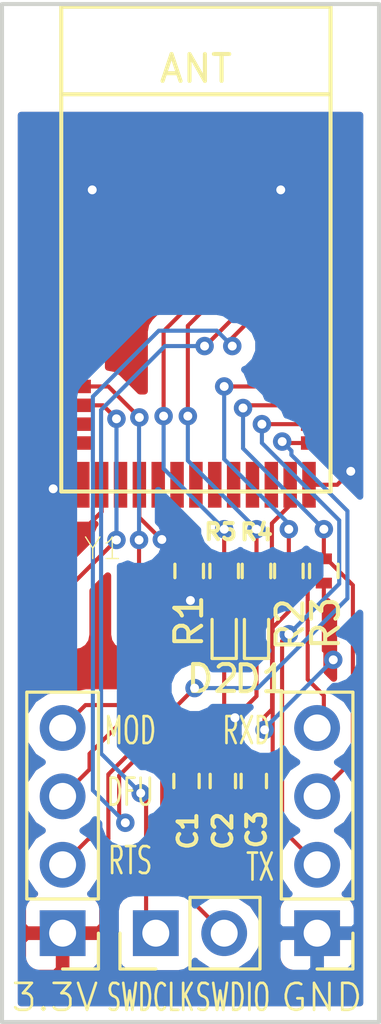
<source format=kicad_pcb>
(kicad_pcb (version 4) (host pcbnew 4.0.7)

  (general
    (links 36)
    (no_connects 0)
    (area 113.274999 82.924999 127.425001 120.875001)
    (thickness 1.6)
    (drawings 17)
    (tracks 219)
    (zones 0)
    (modules 15)
    (nets 39)
  )

  (page A4)
  (layers
    (0 F.Cu signal)
    (31 B.Cu signal)
    (32 B.Adhes user)
    (33 F.Adhes user)
    (34 B.Paste user)
    (35 F.Paste user)
    (36 B.SilkS user)
    (37 F.SilkS user)
    (38 B.Mask user)
    (39 F.Mask user)
    (40 Dwgs.User user)
    (41 Cmts.User user)
    (42 Eco1.User user)
    (43 Eco2.User user)
    (44 Edge.Cuts user)
    (45 Margin user)
    (46 B.CrtYd user)
    (47 F.CrtYd user)
    (48 B.Fab user)
    (49 F.Fab user)
  )

  (setup
    (last_trace_width 0.1524)
    (trace_clearance 0.1524)
    (zone_clearance 0.508)
    (zone_45_only no)
    (trace_min 0.1524)
    (segment_width 0.2)
    (edge_width 0.15)
    (via_size 0.6858)
    (via_drill 0.3302)
    (via_min_size 0.6858)
    (via_min_drill 0.3302)
    (uvia_size 0.6858)
    (uvia_drill 0.3302)
    (uvias_allowed no)
    (uvia_min_size 0.2)
    (uvia_min_drill 0.1)
    (pcb_text_width 0.3)
    (pcb_text_size 1.5 1.5)
    (mod_edge_width 0.15)
    (mod_text_size 1 1)
    (mod_text_width 0.15)
    (pad_size 1.524 1.524)
    (pad_drill 0.762)
    (pad_to_mask_clearance 0.2)
    (aux_axis_origin 0 0)
    (visible_elements 7FFFFF7F)
    (pcbplotparams
      (layerselection 0x00030_80000001)
      (usegerberextensions false)
      (excludeedgelayer true)
      (linewidth 0.100000)
      (plotframeref false)
      (viasonmask false)
      (mode 1)
      (useauxorigin false)
      (hpglpennumber 1)
      (hpglpenspeed 20)
      (hpglpendiameter 15)
      (hpglpenoverlay 2)
      (psnegative false)
      (psa4output false)
      (plotreference true)
      (plotvalue true)
      (plotinvisibletext false)
      (padsonsilk false)
      (subtractmaskfromsilk false)
      (outputformat 1)
      (mirror false)
      (drillshape 1)
      (scaleselection 1)
      (outputdirectory ""))
  )

  (net 0 "")
  (net 1 +3V3)
  (net 2 GND)
  (net 3 "Net-(D1-Pad2)")
  (net 4 "Net-(D2-Pad2)")
  (net 5 /DFU_3V)
  (net 6 /RTS_0)
  (net 7 /RXD_3V)
  (net 8 /CTS_3V)
  (net 9 /TX_0)
  (net 10 /MODE_3V)
  (net 11 /SWDIO/RST)
  (net 12 /SWDCLK)
  (net 13 "Net-(R4-Pad2)")
  (net 14 "Net-(R5-Pad2)")
  (net 15 "Net-(U1-Pad5)")
  (net 16 "Net-(U1-Pad4)")
  (net 17 "Net-(U1-Pad6)")
  (net 18 "Net-(U1-Pad7)")
  (net 19 "Net-(U1-Pad8)")
  (net 20 "Net-(U1-Pad9)")
  (net 21 "Net-(U1-Pad10)")
  (net 22 "Net-(U1-Pad11)")
  (net 23 "Net-(U1-Pad12)")
  (net 24 "Net-(U1-Pad15)")
  (net 25 "Net-(U1-Pad17)")
  (net 26 "Net-(U1-Pad19)")
  (net 27 "Net-(U1-Pad20)")
  (net 28 "Net-(U1-Pad21)")
  (net 29 "Net-(U1-Pad22)")
  (net 30 "Net-(U1-Pad23)")
  (net 31 "Net-(U1-Pad30)")
  (net 32 "Net-(U1-Pad31)")
  (net 33 "Net-(U1-Pad32)")
  (net 34 "Net-(U1-Pad33)")
  (net 35 /FCTRYRST)
  (net 36 "Net-(U1-Pad37)")
  (net 37 "Net-(U1-Pad40)")
  (net 38 "Net-(U1-Pad41)")

  (net_class Default "This is the default net class."
    (clearance 0.1524)
    (trace_width 0.1524)
    (via_dia 0.6858)
    (via_drill 0.3302)
    (uvia_dia 0.6858)
    (uvia_drill 0.3302)
    (add_net +3V3)
    (add_net /CTS_3V)
    (add_net /DFU_3V)
    (add_net /FCTRYRST)
    (add_net /MODE_3V)
    (add_net /RTS_0)
    (add_net /RXD_3V)
    (add_net /SWDCLK)
    (add_net /SWDIO/RST)
    (add_net /TX_0)
    (add_net GND)
    (add_net "Net-(D1-Pad2)")
    (add_net "Net-(D2-Pad2)")
    (add_net "Net-(R4-Pad2)")
    (add_net "Net-(R5-Pad2)")
    (add_net "Net-(U1-Pad10)")
    (add_net "Net-(U1-Pad11)")
    (add_net "Net-(U1-Pad12)")
    (add_net "Net-(U1-Pad15)")
    (add_net "Net-(U1-Pad17)")
    (add_net "Net-(U1-Pad19)")
    (add_net "Net-(U1-Pad20)")
    (add_net "Net-(U1-Pad21)")
    (add_net "Net-(U1-Pad22)")
    (add_net "Net-(U1-Pad23)")
    (add_net "Net-(U1-Pad30)")
    (add_net "Net-(U1-Pad31)")
    (add_net "Net-(U1-Pad32)")
    (add_net "Net-(U1-Pad33)")
    (add_net "Net-(U1-Pad37)")
    (add_net "Net-(U1-Pad4)")
    (add_net "Net-(U1-Pad40)")
    (add_net "Net-(U1-Pad41)")
    (add_net "Net-(U1-Pad5)")
    (add_net "Net-(U1-Pad6)")
    (add_net "Net-(U1-Pad7)")
    (add_net "Net-(U1-Pad8)")
    (add_net "Net-(U1-Pad9)")
  )

  (module lib_fp:NRF51822 (layer F.Cu) (tedit 5A98C411) (tstamp 5A979B26)
    (at 115.55 83.1)
    (path /5A974D63)
    (fp_text reference U1 (at 1.4 19.7) (layer F.SilkS) hide
      (effects (font (size 1 1) (thickness 0.15)))
    )
    (fp_text value NRF51822 (at 7 19.75) (layer F.Fab) hide
      (effects (font (size 1 1) (thickness 0.15)))
    )
    (fp_text user ANT (at 5 2.3) (layer F.SilkS)
      (effects (font (size 1 1) (thickness 0.15)))
    )
    (fp_line (start 0 3.25) (end 10 3.25) (layer F.SilkS) (width 0.15))
    (fp_line (start 0 0) (end 10 0) (layer F.SilkS) (width 0.15))
    (fp_line (start 10 0) (end 10 18) (layer F.SilkS) (width 0.15))
    (fp_line (start 10 18) (end 0 18) (layer F.SilkS) (width 0.15))
    (fp_line (start 0 18) (end 0 0) (layer F.SilkS) (width 0.15))
    (pad 5 smd rect (at 0.25 11.3) (size 1.7 0.5) (layers F.Cu F.Paste F.Mask)
      (net 15 "Net-(U1-Pad5)"))
    (pad 4 smd rect (at 0.25 10.6) (size 1.7 0.5) (layers F.Cu F.Paste F.Mask)
      (net 16 "Net-(U1-Pad4)"))
    (pad 3 smd rect (at 0.25 9.9) (size 1.7 0.5) (layers F.Cu F.Paste F.Mask)
      (net 1 +3V3))
    (pad 2 smd rect (at 0.25 5.7) (size 1.7 0.5) (layers F.Cu F.Paste F.Mask)
      (net 2 GND))
    (pad 1 smd rect (at 0.25 5) (size 1.7 0.5) (layers F.Cu F.Paste F.Mask)
      (net 2 GND))
    (pad 6 smd rect (at 0.25 12) (size 1.7 0.5) (layers F.Cu F.Paste F.Mask)
      (net 17 "Net-(U1-Pad6)"))
    (pad 7 smd rect (at 0.25 12.7) (size 1.7 0.5) (layers F.Cu F.Paste F.Mask)
      (net 18 "Net-(U1-Pad7)"))
    (pad 8 smd rect (at 0.25 13.4) (size 1.7 0.5) (layers F.Cu F.Paste F.Mask)
      (net 19 "Net-(U1-Pad8)"))
    (pad 9 smd rect (at 0.25 14.1) (size 1.7 0.5) (layers F.Cu F.Paste F.Mask)
      (net 20 "Net-(U1-Pad9)"))
    (pad 10 smd rect (at 0.25 14.8) (size 1.7 0.5) (layers F.Cu F.Paste F.Mask)
      (net 21 "Net-(U1-Pad10)"))
    (pad 11 smd rect (at 0.25 15.5) (size 1.7 0.5) (layers F.Cu F.Paste F.Mask)
      (net 22 "Net-(U1-Pad11)"))
    (pad 12 smd rect (at 0.25 16.2) (size 1.7 0.5) (layers F.Cu F.Paste F.Mask)
      (net 23 "Net-(U1-Pad12)"))
    (pad 13 smd rect (at 0.8 17.75) (size 0.5 1.7) (layers F.Cu F.Paste F.Mask)
      (net 2 GND))
    (pad 14 smd rect (at 1.5 17.75) (size 0.5 1.7) (layers F.Cu F.Paste F.Mask)
      (net 1 +3V3))
    (pad 15 smd rect (at 2.2 17.75) (size 0.5 1.7) (layers F.Cu F.Paste F.Mask)
      (net 24 "Net-(U1-Pad15)"))
    (pad 16 smd rect (at 2.9 17.75) (size 0.5 1.7) (layers F.Cu F.Paste F.Mask)
      (net 2 GND))
    (pad 17 smd rect (at 3.6 17.75) (size 0.5 1.7) (layers F.Cu F.Paste F.Mask)
      (net 25 "Net-(U1-Pad17)"))
    (pad 18 smd rect (at 4.3 17.75) (size 0.5 1.7) (layers F.Cu F.Paste F.Mask)
      (net 10 /MODE_3V))
    (pad 19 smd rect (at 5 17.75) (size 0.5 1.7) (layers F.Cu F.Paste F.Mask)
      (net 26 "Net-(U1-Pad19)"))
    (pad 20 smd rect (at 5.7 17.75) (size 0.5 1.7) (layers F.Cu F.Paste F.Mask)
      (net 27 "Net-(U1-Pad20)"))
    (pad 21 smd rect (at 6.4 17.75) (size 0.5 1.7) (layers F.Cu F.Paste F.Mask)
      (net 28 "Net-(U1-Pad21)"))
    (pad 22 smd rect (at 7.1 17.75) (size 0.5 1.7) (layers F.Cu F.Paste F.Mask)
      (net 29 "Net-(U1-Pad22)"))
    (pad 23 smd rect (at 7.8 17.75) (size 0.5 1.7) (layers F.Cu F.Paste F.Mask)
      (net 30 "Net-(U1-Pad23)"))
    (pad 24 smd rect (at 8.5 17.75) (size 0.5 1.7) (layers F.Cu F.Paste F.Mask)
      (net 5 /DFU_3V))
    (pad 25 smd rect (at 9.2 17.75) (size 0.5 1.7) (layers F.Cu F.Paste F.Mask)
      (net 2 GND))
    (pad 26 smd rect (at 9.75 16.2) (size 1.7 0.5) (layers F.Cu F.Paste F.Mask)
      (net 6 /RTS_0))
    (pad 27 smd rect (at 9.75 15.5) (size 1.7 0.5) (layers F.Cu F.Paste F.Mask)
      (net 9 /TX_0))
    (pad 28 smd rect (at 9.75 14.8) (size 1.7 0.5) (layers F.Cu F.Paste F.Mask)
      (net 8 /CTS_3V))
    (pad 29 smd rect (at 9.75 14.1) (size 1.7 0.5) (layers F.Cu F.Paste F.Mask)
      (net 7 /RXD_3V))
    (pad 30 smd rect (at 9.75 13.4) (size 1.7 0.5) (layers F.Cu F.Paste F.Mask)
      (net 31 "Net-(U1-Pad30)"))
    (pad 31 smd rect (at 9.75 12.7) (size 1.7 0.5) (layers F.Cu F.Paste F.Mask)
      (net 32 "Net-(U1-Pad31)"))
    (pad 32 smd rect (at 9.75 12) (size 1.7 0.5) (layers F.Cu F.Paste F.Mask)
      (net 33 "Net-(U1-Pad32)"))
    (pad 33 smd rect (at 9.75 11.3) (size 1.7 0.5) (layers F.Cu F.Paste F.Mask)
      (net 34 "Net-(U1-Pad33)"))
    (pad 34 smd rect (at 9.75 10.6) (size 1.7 0.5) (layers F.Cu F.Paste F.Mask)
      (net 35 /FCTRYRST))
    (pad 35 smd rect (at 9.75 9.9) (size 1.7 0.5) (layers F.Cu F.Paste F.Mask)
      (net 11 /SWDIO/RST))
    (pad 36 smd rect (at 9.75 9.2) (size 1.7 0.5) (layers F.Cu F.Paste F.Mask)
      (net 12 /SWDCLK))
    (pad 37 smd rect (at 9.75 8.5) (size 1.7 0.5) (layers F.Cu F.Paste F.Mask)
      (net 36 "Net-(U1-Pad37)"))
    (pad 38 smd rect (at 9.75 7.8) (size 1.7 0.5) (layers F.Cu F.Paste F.Mask)
      (net 13 "Net-(R4-Pad2)"))
    (pad 39 smd rect (at 9.75 7.1) (size 1.7 0.5) (layers F.Cu F.Paste F.Mask)
      (net 14 "Net-(R5-Pad2)"))
    (pad 40 smd rect (at 9.75 6.4) (size 1.7 0.5) (layers F.Cu F.Paste F.Mask)
      (net 37 "Net-(U1-Pad40)"))
    (pad 41 smd rect (at 9.75 5.7) (size 1.7 0.5) (layers F.Cu F.Paste F.Mask)
      (net 38 "Net-(U1-Pad41)"))
    (pad 42 smd rect (at 9.75 5) (size 1.7 0.5) (layers F.Cu F.Paste F.Mask)
      (net 2 GND))
  )

  (module ECS-.327-12.5-34B-TR:XTAL320X150X90N (layer F.Cu) (tedit 5A98C415) (tstamp 5A97B059)
    (at 117 105.3 180)
    (path /5A9750F3)
    (attr smd)
    (fp_text reference Y1 (at -0.1 2.08 180) (layer F.SilkS)
      (effects (font (size 0.801639 0.801639) (thickness 0.05)))
    )
    (fp_text value "32.768kHz (535-9166-2-ND)" (at 0.440378 1.9937 180) (layer F.SilkS) hide
      (effects (font (size 0.800681 0.800681) (thickness 0.05)))
    )
    (fp_line (start -2.35 -1.4) (end 2.35 -1.4) (layer Dwgs.User) (width 0.05))
    (fp_line (start 2.35 -1.4) (end 2.35 1.4) (layer Dwgs.User) (width 0.05))
    (fp_line (start 2.35 1.4) (end -2.35 1.4) (layer Dwgs.User) (width 0.05))
    (fp_line (start -2.35 1.4) (end -2.35 -1.4) (layer Dwgs.User) (width 0.05))
    (pad 1 smd rect (at -1.5 0 180) (size 1.15 2.25) (layers F.Cu F.Paste F.Mask)
      (net 20 "Net-(U1-Pad9)"))
    (pad 2 smd rect (at 1.5 0 180) (size 1.15 2.25) (layers F.Cu F.Paste F.Mask)
      (net 21 "Net-(U1-Pad10)"))
  )

  (module Capacitors_SMD:C_0402 (layer F.Cu) (tedit 5A98D46C) (tstamp 5A988042)
    (at 120.2 111.85 90)
    (descr "Capacitor SMD 0402, reflow soldering, AVX (see smccp.pdf)")
    (tags "capacitor 0402")
    (path /5A97509D)
    (attr smd)
    (fp_text reference C1 (at -1.85 0.05 90) (layer F.SilkS)
      (effects (font (size 0.7 0.7) (thickness 0.15)))
    )
    (fp_text value 1uF (at 0 1.27 90) (layer F.Fab) hide
      (effects (font (size 1 1) (thickness 0.15)))
    )
    (fp_text user %R (at 0 -1.27 90) (layer F.Fab) hide
      (effects (font (size 1 1) (thickness 0.15)))
    )
    (fp_line (start -0.5 0.25) (end -0.5 -0.25) (layer F.Fab) (width 0.1))
    (fp_line (start 0.5 0.25) (end -0.5 0.25) (layer F.Fab) (width 0.1))
    (fp_line (start 0.5 -0.25) (end 0.5 0.25) (layer F.Fab) (width 0.1))
    (fp_line (start -0.5 -0.25) (end 0.5 -0.25) (layer F.Fab) (width 0.1))
    (fp_line (start 0.25 -0.47) (end -0.25 -0.47) (layer F.SilkS) (width 0.12))
    (fp_line (start -0.25 0.47) (end 0.25 0.47) (layer F.SilkS) (width 0.12))
    (fp_line (start -1 -0.4) (end 1 -0.4) (layer F.CrtYd) (width 0.05))
    (fp_line (start -1 -0.4) (end -1 0.4) (layer F.CrtYd) (width 0.05))
    (fp_line (start 1 0.4) (end 1 -0.4) (layer F.CrtYd) (width 0.05))
    (fp_line (start 1 0.4) (end -1 0.4) (layer F.CrtYd) (width 0.05))
    (pad 1 smd rect (at -0.55 0 90) (size 0.6 0.5) (layers F.Cu F.Paste F.Mask)
      (net 1 +3V3))
    (pad 2 smd rect (at 0.55 0 90) (size 0.6 0.5) (layers F.Cu F.Paste F.Mask)
      (net 2 GND))
    (model Capacitors_SMD.3dshapes/C_0402.wrl
      (at (xyz 0 0 0))
      (scale (xyz 1 1 1))
      (rotate (xyz 0 0 0))
    )
  )

  (module Capacitors_SMD:C_0402 (layer F.Cu) (tedit 5A98D467) (tstamp 5A988047)
    (at 121.55 111.85 90)
    (descr "Capacitor SMD 0402, reflow soldering, AVX (see smccp.pdf)")
    (tags "capacitor 0402")
    (path /5A9752B7)
    (attr smd)
    (fp_text reference C2 (at -1.85 0 90) (layer F.SilkS)
      (effects (font (size 0.7 0.7) (thickness 0.15)))
    )
    (fp_text value 1uF (at 0 1.27 90) (layer F.Fab) hide
      (effects (font (size 1 1) (thickness 0.15)))
    )
    (fp_text user %R (at 0 -1.27 90) (layer F.Fab) hide
      (effects (font (size 1 1) (thickness 0.15)))
    )
    (fp_line (start -0.5 0.25) (end -0.5 -0.25) (layer F.Fab) (width 0.1))
    (fp_line (start 0.5 0.25) (end -0.5 0.25) (layer F.Fab) (width 0.1))
    (fp_line (start 0.5 -0.25) (end 0.5 0.25) (layer F.Fab) (width 0.1))
    (fp_line (start -0.5 -0.25) (end 0.5 -0.25) (layer F.Fab) (width 0.1))
    (fp_line (start 0.25 -0.47) (end -0.25 -0.47) (layer F.SilkS) (width 0.12))
    (fp_line (start -0.25 0.47) (end 0.25 0.47) (layer F.SilkS) (width 0.12))
    (fp_line (start -1 -0.4) (end 1 -0.4) (layer F.CrtYd) (width 0.05))
    (fp_line (start -1 -0.4) (end -1 0.4) (layer F.CrtYd) (width 0.05))
    (fp_line (start 1 0.4) (end 1 -0.4) (layer F.CrtYd) (width 0.05))
    (fp_line (start 1 0.4) (end -1 0.4) (layer F.CrtYd) (width 0.05))
    (pad 1 smd rect (at -0.55 0 90) (size 0.6 0.5) (layers F.Cu F.Paste F.Mask)
      (net 1 +3V3))
    (pad 2 smd rect (at 0.55 0 90) (size 0.6 0.5) (layers F.Cu F.Paste F.Mask)
      (net 2 GND))
    (model Capacitors_SMD.3dshapes/C_0402.wrl
      (at (xyz 0 0 0))
      (scale (xyz 1 1 1))
      (rotate (xyz 0 0 0))
    )
  )

  (module LEDs:LED_0402 (layer F.Cu) (tedit 5A98C4AE) (tstamp 5A98804C)
    (at 122.8 106.35 90)
    (descr "LED 0402 smd package")
    (tags "LED led 0402 SMD smd SMT smt smdled SMDLED smtled SMTLED")
    (path /5A9761F6)
    (attr smd)
    (fp_text reference D1 (at -1.71 0.15 180) (layer F.SilkS)
      (effects (font (size 1 1) (thickness 0.15)))
    )
    (fp_text value RED (at 0 1.4 90) (layer F.Fab) hide
      (effects (font (size 1 1) (thickness 0.15)))
    )
    (fp_line (start -0.95 -0.45) (end -0.95 0.45) (layer F.SilkS) (width 0.12))
    (fp_line (start -0.15 -0.2) (end -0.15 0.2) (layer F.Fab) (width 0.1))
    (fp_line (start -0.15 0) (end 0.15 -0.2) (layer F.Fab) (width 0.1))
    (fp_line (start 0.15 0.2) (end -0.15 0) (layer F.Fab) (width 0.1))
    (fp_line (start 0.15 -0.2) (end 0.15 0.2) (layer F.Fab) (width 0.1))
    (fp_line (start 0.5 0.25) (end -0.5 0.25) (layer F.Fab) (width 0.1))
    (fp_line (start 0.5 -0.25) (end 0.5 0.25) (layer F.Fab) (width 0.1))
    (fp_line (start -0.5 -0.25) (end 0.5 -0.25) (layer F.Fab) (width 0.1))
    (fp_line (start -0.5 0.25) (end -0.5 -0.25) (layer F.Fab) (width 0.1))
    (fp_line (start -0.95 0.45) (end 0.5 0.45) (layer F.SilkS) (width 0.12))
    (fp_line (start -0.95 -0.45) (end 0.5 -0.45) (layer F.SilkS) (width 0.12))
    (fp_line (start 1 -0.5) (end 1 0.5) (layer F.CrtYd) (width 0.05))
    (fp_line (start 1 0.5) (end -1 0.5) (layer F.CrtYd) (width 0.05))
    (fp_line (start -1 0.5) (end -1 -0.5) (layer F.CrtYd) (width 0.05))
    (fp_line (start -1 -0.5) (end 1 -0.5) (layer F.CrtYd) (width 0.05))
    (pad 2 smd rect (at 0.55 0 270) (size 0.6 0.7) (layers F.Cu F.Paste F.Mask)
      (net 3 "Net-(D1-Pad2)"))
    (pad 1 smd rect (at -0.55 0 270) (size 0.6 0.7) (layers F.Cu F.Paste F.Mask)
      (net 2 GND))
    (model ${KISYS3DMOD}/LEDs.3dshapes/LED_0402.wrl
      (at (xyz 0 0 0))
      (scale (xyz 1 1 1))
      (rotate (xyz 0 0 180))
    )
  )

  (module LEDs:LED_0402 (layer F.Cu) (tedit 5A98C4AD) (tstamp 5A988051)
    (at 121.6 106.35 90)
    (descr "LED 0402 smd package")
    (tags "LED led 0402 SMD smd SMT smt smdled SMDLED smtled SMTLED")
    (path /5A976246)
    (attr smd)
    (fp_text reference D2 (at -1.7 -0.42 180) (layer F.SilkS)
      (effects (font (size 1 1) (thickness 0.15)))
    )
    (fp_text value GREEN (at 0 1.4 90) (layer F.Fab) hide
      (effects (font (size 1 1) (thickness 0.15)))
    )
    (fp_line (start -0.95 -0.45) (end -0.95 0.45) (layer F.SilkS) (width 0.12))
    (fp_line (start -0.15 -0.2) (end -0.15 0.2) (layer F.Fab) (width 0.1))
    (fp_line (start -0.15 0) (end 0.15 -0.2) (layer F.Fab) (width 0.1))
    (fp_line (start 0.15 0.2) (end -0.15 0) (layer F.Fab) (width 0.1))
    (fp_line (start 0.15 -0.2) (end 0.15 0.2) (layer F.Fab) (width 0.1))
    (fp_line (start 0.5 0.25) (end -0.5 0.25) (layer F.Fab) (width 0.1))
    (fp_line (start 0.5 -0.25) (end 0.5 0.25) (layer F.Fab) (width 0.1))
    (fp_line (start -0.5 -0.25) (end 0.5 -0.25) (layer F.Fab) (width 0.1))
    (fp_line (start -0.5 0.25) (end -0.5 -0.25) (layer F.Fab) (width 0.1))
    (fp_line (start -0.95 0.45) (end 0.5 0.45) (layer F.SilkS) (width 0.12))
    (fp_line (start -0.95 -0.45) (end 0.5 -0.45) (layer F.SilkS) (width 0.12))
    (fp_line (start 1 -0.5) (end 1 0.5) (layer F.CrtYd) (width 0.05))
    (fp_line (start 1 0.5) (end -1 0.5) (layer F.CrtYd) (width 0.05))
    (fp_line (start -1 0.5) (end -1 -0.5) (layer F.CrtYd) (width 0.05))
    (fp_line (start -1 -0.5) (end 1 -0.5) (layer F.CrtYd) (width 0.05))
    (pad 2 smd rect (at 0.55 0 270) (size 0.6 0.7) (layers F.Cu F.Paste F.Mask)
      (net 4 "Net-(D2-Pad2)"))
    (pad 1 smd rect (at -0.55 0 270) (size 0.6 0.7) (layers F.Cu F.Paste F.Mask)
      (net 2 GND))
    (model ${KISYS3DMOD}/LEDs.3dshapes/LED_0402.wrl
      (at (xyz 0 0 0))
      (scale (xyz 1 1 1))
      (rotate (xyz 0 0 180))
    )
  )

  (module Resistors_SMD:R_0402 (layer F.Cu) (tedit 5A98C4D2) (tstamp 5A988056)
    (at 120.3 104.05 90)
    (descr "Resistor SMD 0402, reflow soldering, Vishay (see dcrcw.pdf)")
    (tags "resistor 0402")
    (path /5A97B0D7)
    (attr smd)
    (fp_text reference R1 (at -1.868 -0.01 270) (layer F.SilkS)
      (effects (font (size 1 1) (thickness 0.15)))
    )
    (fp_text value 2K (at 0 1.45 90) (layer F.Fab) hide
      (effects (font (size 1 1) (thickness 0.15)))
    )
    (fp_text user %R (at 0 -1.35 90) (layer F.Fab)
      (effects (font (size 1 1) (thickness 0.15)))
    )
    (fp_line (start -0.5 0.25) (end -0.5 -0.25) (layer F.Fab) (width 0.1))
    (fp_line (start 0.5 0.25) (end -0.5 0.25) (layer F.Fab) (width 0.1))
    (fp_line (start 0.5 -0.25) (end 0.5 0.25) (layer F.Fab) (width 0.1))
    (fp_line (start -0.5 -0.25) (end 0.5 -0.25) (layer F.Fab) (width 0.1))
    (fp_line (start 0.25 -0.53) (end -0.25 -0.53) (layer F.SilkS) (width 0.12))
    (fp_line (start -0.25 0.53) (end 0.25 0.53) (layer F.SilkS) (width 0.12))
    (fp_line (start -0.8 -0.45) (end 0.8 -0.45) (layer F.CrtYd) (width 0.05))
    (fp_line (start -0.8 -0.45) (end -0.8 0.45) (layer F.CrtYd) (width 0.05))
    (fp_line (start 0.8 0.45) (end 0.8 -0.45) (layer F.CrtYd) (width 0.05))
    (fp_line (start 0.8 0.45) (end -0.8 0.45) (layer F.CrtYd) (width 0.05))
    (pad 1 smd rect (at -0.45 0 90) (size 0.4 0.6) (layers F.Cu F.Paste F.Mask)
      (net 2 GND))
    (pad 2 smd rect (at 0.45 0 90) (size 0.4 0.6) (layers F.Cu F.Paste F.Mask)
      (net 10 /MODE_3V))
    (model ${KISYS3DMOD}/Resistors_SMD.3dshapes/R_0402.wrl
      (at (xyz 0 0 0))
      (scale (xyz 1 1 1))
      (rotate (xyz 0 0 0))
    )
  )

  (module Resistors_SMD:R_0402 (layer F.Cu) (tedit 5A98C4B4) (tstamp 5A98805B)
    (at 124 104.05 90)
    (descr "Resistor SMD 0402, reflow soldering, Vishay (see dcrcw.pdf)")
    (tags "resistor 0402")
    (path /5A979964)
    (attr smd)
    (fp_text reference R2 (at -1.99 0.05 90) (layer F.SilkS)
      (effects (font (size 1 1) (thickness 0.15)))
    )
    (fp_text value 100K (at 0 1.45 90) (layer F.Fab) hide
      (effects (font (size 1 1) (thickness 0.15)))
    )
    (fp_text user %R (at 0 -1.35 90) (layer F.Fab)
      (effects (font (size 1 1) (thickness 0.15)))
    )
    (fp_line (start -0.5 0.25) (end -0.5 -0.25) (layer F.Fab) (width 0.1))
    (fp_line (start 0.5 0.25) (end -0.5 0.25) (layer F.Fab) (width 0.1))
    (fp_line (start 0.5 -0.25) (end 0.5 0.25) (layer F.Fab) (width 0.1))
    (fp_line (start -0.5 -0.25) (end 0.5 -0.25) (layer F.Fab) (width 0.1))
    (fp_line (start 0.25 -0.53) (end -0.25 -0.53) (layer F.SilkS) (width 0.12))
    (fp_line (start -0.25 0.53) (end 0.25 0.53) (layer F.SilkS) (width 0.12))
    (fp_line (start -0.8 -0.45) (end 0.8 -0.45) (layer F.CrtYd) (width 0.05))
    (fp_line (start -0.8 -0.45) (end -0.8 0.45) (layer F.CrtYd) (width 0.05))
    (fp_line (start 0.8 0.45) (end 0.8 -0.45) (layer F.CrtYd) (width 0.05))
    (fp_line (start 0.8 0.45) (end -0.8 0.45) (layer F.CrtYd) (width 0.05))
    (pad 1 smd rect (at -0.45 0 90) (size 0.4 0.6) (layers F.Cu F.Paste F.Mask)
      (net 1 +3V3))
    (pad 2 smd rect (at 0.45 0 90) (size 0.4 0.6) (layers F.Cu F.Paste F.Mask)
      (net 7 /RXD_3V))
    (model ${KISYS3DMOD}/Resistors_SMD.3dshapes/R_0402.wrl
      (at (xyz 0 0 0))
      (scale (xyz 1 1 1))
      (rotate (xyz 0 0 0))
    )
  )

  (module Resistors_SMD:R_0402 (layer F.Cu) (tedit 5A98C4B1) (tstamp 5A988060)
    (at 125.3 104.05 90)
    (descr "Resistor SMD 0402, reflow soldering, Vishay (see dcrcw.pdf)")
    (tags "resistor 0402")
    (path /5A979A21)
    (attr smd)
    (fp_text reference R3 (at -1.94 0.07 90) (layer F.SilkS)
      (effects (font (size 1 1) (thickness 0.15)))
    )
    (fp_text value 100K (at 0 1.45 90) (layer F.Fab) hide
      (effects (font (size 1 1) (thickness 0.15)))
    )
    (fp_text user %R (at 0 -1.35 90) (layer F.Fab)
      (effects (font (size 1 1) (thickness 0.15)))
    )
    (fp_line (start -0.5 0.25) (end -0.5 -0.25) (layer F.Fab) (width 0.1))
    (fp_line (start 0.5 0.25) (end -0.5 0.25) (layer F.Fab) (width 0.1))
    (fp_line (start 0.5 -0.25) (end 0.5 0.25) (layer F.Fab) (width 0.1))
    (fp_line (start -0.5 -0.25) (end 0.5 -0.25) (layer F.Fab) (width 0.1))
    (fp_line (start 0.25 -0.53) (end -0.25 -0.53) (layer F.SilkS) (width 0.12))
    (fp_line (start -0.25 0.53) (end 0.25 0.53) (layer F.SilkS) (width 0.12))
    (fp_line (start -0.8 -0.45) (end 0.8 -0.45) (layer F.CrtYd) (width 0.05))
    (fp_line (start -0.8 -0.45) (end -0.8 0.45) (layer F.CrtYd) (width 0.05))
    (fp_line (start 0.8 0.45) (end 0.8 -0.45) (layer F.CrtYd) (width 0.05))
    (fp_line (start 0.8 0.45) (end -0.8 0.45) (layer F.CrtYd) (width 0.05))
    (pad 1 smd rect (at -0.45 0 90) (size 0.4 0.6) (layers F.Cu F.Paste F.Mask)
      (net 1 +3V3))
    (pad 2 smd rect (at 0.45 0 90) (size 0.4 0.6) (layers F.Cu F.Paste F.Mask)
      (net 8 /CTS_3V))
    (model ${KISYS3DMOD}/Resistors_SMD.3dshapes/R_0402.wrl
      (at (xyz 0 0 0))
      (scale (xyz 1 1 1))
      (rotate (xyz 0 0 0))
    )
  )

  (module Resistors_SMD:R_0402 (layer F.Cu) (tedit 5A98C508) (tstamp 5A988065)
    (at 122.8 104.05 90)
    (descr "Resistor SMD 0402, reflow soldering, Vishay (see dcrcw.pdf)")
    (tags "resistor 0402")
    (path /5A976167)
    (attr smd)
    (fp_text reference R4 (at 1.44 0 180) (layer F.SilkS)
      (effects (font (size 0.6 0.6) (thickness 0.15)))
    )
    (fp_text value 1K (at 0 1.45 90) (layer F.Fab) hide
      (effects (font (size 1 1) (thickness 0.15)))
    )
    (fp_text user %R (at 0 -1.35 90) (layer F.Fab)
      (effects (font (size 1 1) (thickness 0.15)))
    )
    (fp_line (start -0.5 0.25) (end -0.5 -0.25) (layer F.Fab) (width 0.1))
    (fp_line (start 0.5 0.25) (end -0.5 0.25) (layer F.Fab) (width 0.1))
    (fp_line (start 0.5 -0.25) (end 0.5 0.25) (layer F.Fab) (width 0.1))
    (fp_line (start -0.5 -0.25) (end 0.5 -0.25) (layer F.Fab) (width 0.1))
    (fp_line (start 0.25 -0.53) (end -0.25 -0.53) (layer F.SilkS) (width 0.12))
    (fp_line (start -0.25 0.53) (end 0.25 0.53) (layer F.SilkS) (width 0.12))
    (fp_line (start -0.8 -0.45) (end 0.8 -0.45) (layer F.CrtYd) (width 0.05))
    (fp_line (start -0.8 -0.45) (end -0.8 0.45) (layer F.CrtYd) (width 0.05))
    (fp_line (start 0.8 0.45) (end 0.8 -0.45) (layer F.CrtYd) (width 0.05))
    (fp_line (start 0.8 0.45) (end -0.8 0.45) (layer F.CrtYd) (width 0.05))
    (pad 1 smd rect (at -0.45 0 90) (size 0.4 0.6) (layers F.Cu F.Paste F.Mask)
      (net 3 "Net-(D1-Pad2)"))
    (pad 2 smd rect (at 0.45 0 90) (size 0.4 0.6) (layers F.Cu F.Paste F.Mask)
      (net 13 "Net-(R4-Pad2)"))
    (model ${KISYS3DMOD}/Resistors_SMD.3dshapes/R_0402.wrl
      (at (xyz 0 0 0))
      (scale (xyz 1 1 1))
      (rotate (xyz 0 0 0))
    )
  )

  (module Resistors_SMD:R_0402 (layer F.Cu) (tedit 5A98C504) (tstamp 5A98806A)
    (at 121.6 104.05 90)
    (descr "Resistor SMD 0402, reflow soldering, Vishay (see dcrcw.pdf)")
    (tags "resistor 0402")
    (path /5A9760F5)
    (attr smd)
    (fp_text reference R5 (at 1.45 -0.13 180) (layer F.SilkS)
      (effects (font (size 0.6 0.6) (thickness 0.15)))
    )
    (fp_text value 1K (at 0 1.45 90) (layer F.Fab)
      (effects (font (size 1 1) (thickness 0.15)))
    )
    (fp_text user %R (at 0 -1.35 90) (layer F.Fab)
      (effects (font (size 1 1) (thickness 0.15)))
    )
    (fp_line (start -0.5 0.25) (end -0.5 -0.25) (layer F.Fab) (width 0.1))
    (fp_line (start 0.5 0.25) (end -0.5 0.25) (layer F.Fab) (width 0.1))
    (fp_line (start 0.5 -0.25) (end 0.5 0.25) (layer F.Fab) (width 0.1))
    (fp_line (start -0.5 -0.25) (end 0.5 -0.25) (layer F.Fab) (width 0.1))
    (fp_line (start 0.25 -0.53) (end -0.25 -0.53) (layer F.SilkS) (width 0.12))
    (fp_line (start -0.25 0.53) (end 0.25 0.53) (layer F.SilkS) (width 0.12))
    (fp_line (start -0.8 -0.45) (end 0.8 -0.45) (layer F.CrtYd) (width 0.05))
    (fp_line (start -0.8 -0.45) (end -0.8 0.45) (layer F.CrtYd) (width 0.05))
    (fp_line (start 0.8 0.45) (end 0.8 -0.45) (layer F.CrtYd) (width 0.05))
    (fp_line (start 0.8 0.45) (end -0.8 0.45) (layer F.CrtYd) (width 0.05))
    (pad 1 smd rect (at -0.45 0 90) (size 0.4 0.6) (layers F.Cu F.Paste F.Mask)
      (net 4 "Net-(D2-Pad2)"))
    (pad 2 smd rect (at 0.45 0 90) (size 0.4 0.6) (layers F.Cu F.Paste F.Mask)
      (net 14 "Net-(R5-Pad2)"))
    (model ${KISYS3DMOD}/Resistors_SMD.3dshapes/R_0402.wrl
      (at (xyz 0 0 0))
      (scale (xyz 1 1 1))
      (rotate (xyz 0 0 0))
    )
  )

  (module Pin_Headers:Pin_Header_Straight_1x04_Pitch2.54mm (layer F.Cu) (tedit 5A98C421) (tstamp 5A988263)
    (at 125.05 117.5 180)
    (descr "Through hole straight pin header, 1x04, 2.54mm pitch, single row")
    (tags "Through hole pin header THT 1x04 2.54mm single row")
    (path /5A988622)
    (fp_text reference J1 (at 0 -2.33 180) (layer F.SilkS) hide
      (effects (font (size 1 1) (thickness 0.15)))
    )
    (fp_text value Conn_01x04 (at 0 9.95 180) (layer F.Fab) hide
      (effects (font (size 1 1) (thickness 0.15)))
    )
    (fp_line (start -0.635 -1.27) (end 1.27 -1.27) (layer F.Fab) (width 0.1))
    (fp_line (start 1.27 -1.27) (end 1.27 8.89) (layer F.Fab) (width 0.1))
    (fp_line (start 1.27 8.89) (end -1.27 8.89) (layer F.Fab) (width 0.1))
    (fp_line (start -1.27 8.89) (end -1.27 -0.635) (layer F.Fab) (width 0.1))
    (fp_line (start -1.27 -0.635) (end -0.635 -1.27) (layer F.Fab) (width 0.1))
    (fp_line (start -1.33 8.95) (end 1.33 8.95) (layer F.SilkS) (width 0.12))
    (fp_line (start -1.33 1.27) (end -1.33 8.95) (layer F.SilkS) (width 0.12))
    (fp_line (start 1.33 1.27) (end 1.33 8.95) (layer F.SilkS) (width 0.12))
    (fp_line (start -1.33 1.27) (end 1.33 1.27) (layer F.SilkS) (width 0.12))
    (fp_line (start -1.33 0) (end -1.33 -1.33) (layer F.SilkS) (width 0.12))
    (fp_line (start -1.33 -1.33) (end 0 -1.33) (layer F.SilkS) (width 0.12))
    (fp_line (start -1.8 -1.8) (end -1.8 9.4) (layer F.CrtYd) (width 0.05))
    (fp_line (start -1.8 9.4) (end 1.8 9.4) (layer F.CrtYd) (width 0.05))
    (fp_line (start 1.8 9.4) (end 1.8 -1.8) (layer F.CrtYd) (width 0.05))
    (fp_line (start 1.8 -1.8) (end -1.8 -1.8) (layer F.CrtYd) (width 0.05))
    (fp_text user %R (at 0 3.81 270) (layer F.Fab)
      (effects (font (size 1 1) (thickness 0.15)))
    )
    (pad 1 thru_hole rect (at 0 0 180) (size 1.7 1.7) (drill 1) (layers *.Cu *.Mask)
      (net 2 GND))
    (pad 2 thru_hole oval (at 0 2.54 180) (size 1.7 1.7) (drill 1) (layers *.Cu *.Mask)
      (net 9 /TX_0))
    (pad 3 thru_hole oval (at 0 5.08 180) (size 1.7 1.7) (drill 1) (layers *.Cu *.Mask)
      (net 8 /CTS_3V))
    (pad 4 thru_hole oval (at 0 7.62 180) (size 1.7 1.7) (drill 1) (layers *.Cu *.Mask)
      (net 7 /RXD_3V))
    (model ${KISYS3DMOD}/Pin_Headers.3dshapes/Pin_Header_Straight_1x04_Pitch2.54mm.wrl
      (at (xyz 0 0 0))
      (scale (xyz 1 1 1))
      (rotate (xyz 0 0 0))
    )
  )

  (module Pin_Headers:Pin_Header_Straight_1x04_Pitch2.54mm (layer F.Cu) (tedit 5A98C423) (tstamp 5A988264)
    (at 115.6 117.5 180)
    (descr "Through hole straight pin header, 1x04, 2.54mm pitch, single row")
    (tags "Through hole pin header THT 1x04 2.54mm single row")
    (path /5A988709)
    (fp_text reference J2 (at 0 -2.33 180) (layer F.SilkS) hide
      (effects (font (size 1 1) (thickness 0.15)))
    )
    (fp_text value Conn_01x04 (at 0 9.95 180) (layer F.Fab) hide
      (effects (font (size 1 1) (thickness 0.15)))
    )
    (fp_line (start -0.635 -1.27) (end 1.27 -1.27) (layer F.Fab) (width 0.1))
    (fp_line (start 1.27 -1.27) (end 1.27 8.89) (layer F.Fab) (width 0.1))
    (fp_line (start 1.27 8.89) (end -1.27 8.89) (layer F.Fab) (width 0.1))
    (fp_line (start -1.27 8.89) (end -1.27 -0.635) (layer F.Fab) (width 0.1))
    (fp_line (start -1.27 -0.635) (end -0.635 -1.27) (layer F.Fab) (width 0.1))
    (fp_line (start -1.33 8.95) (end 1.33 8.95) (layer F.SilkS) (width 0.12))
    (fp_line (start -1.33 1.27) (end -1.33 8.95) (layer F.SilkS) (width 0.12))
    (fp_line (start 1.33 1.27) (end 1.33 8.95) (layer F.SilkS) (width 0.12))
    (fp_line (start -1.33 1.27) (end 1.33 1.27) (layer F.SilkS) (width 0.12))
    (fp_line (start -1.33 0) (end -1.33 -1.33) (layer F.SilkS) (width 0.12))
    (fp_line (start -1.33 -1.33) (end 0 -1.33) (layer F.SilkS) (width 0.12))
    (fp_line (start -1.8 -1.8) (end -1.8 9.4) (layer F.CrtYd) (width 0.05))
    (fp_line (start -1.8 9.4) (end 1.8 9.4) (layer F.CrtYd) (width 0.05))
    (fp_line (start 1.8 9.4) (end 1.8 -1.8) (layer F.CrtYd) (width 0.05))
    (fp_line (start 1.8 -1.8) (end -1.8 -1.8) (layer F.CrtYd) (width 0.05))
    (fp_text user %R (at 0 3.81 270) (layer F.Fab)
      (effects (font (size 1 1) (thickness 0.15)))
    )
    (pad 1 thru_hole rect (at 0 0 180) (size 1.7 1.7) (drill 1) (layers *.Cu *.Mask)
      (net 1 +3V3))
    (pad 2 thru_hole oval (at 0 2.54 180) (size 1.7 1.7) (drill 1) (layers *.Cu *.Mask)
      (net 6 /RTS_0))
    (pad 3 thru_hole oval (at 0 5.08 180) (size 1.7 1.7) (drill 1) (layers *.Cu *.Mask)
      (net 5 /DFU_3V))
    (pad 4 thru_hole oval (at 0 7.62 180) (size 1.7 1.7) (drill 1) (layers *.Cu *.Mask)
      (net 10 /MODE_3V))
    (model ${KISYS3DMOD}/Pin_Headers.3dshapes/Pin_Header_Straight_1x04_Pitch2.54mm.wrl
      (at (xyz 0 0 0))
      (scale (xyz 1 1 1))
      (rotate (xyz 0 0 0))
    )
  )

  (module Pin_Headers:Pin_Header_Straight_1x02_Pitch2.54mm (layer F.Cu) (tedit 5A98C458) (tstamp 5A98826B)
    (at 119.06 117.5 90)
    (descr "Through hole straight pin header, 1x02, 2.54mm pitch, single row")
    (tags "Through hole pin header THT 1x02 2.54mm single row")
    (path /5A988367)
    (fp_text reference J3 (at 0 -2.33 90) (layer F.SilkS) hide
      (effects (font (size 1 1) (thickness 0.15)))
    )
    (fp_text value SWD (at 0 4.87 90) (layer F.Fab) hide
      (effects (font (size 1 1) (thickness 0.15)))
    )
    (fp_line (start -0.635 -1.27) (end 1.27 -1.27) (layer F.Fab) (width 0.1))
    (fp_line (start 1.27 -1.27) (end 1.27 3.81) (layer F.Fab) (width 0.1))
    (fp_line (start 1.27 3.81) (end -1.27 3.81) (layer F.Fab) (width 0.1))
    (fp_line (start -1.27 3.81) (end -1.27 -0.635) (layer F.Fab) (width 0.1))
    (fp_line (start -1.27 -0.635) (end -0.635 -1.27) (layer F.Fab) (width 0.1))
    (fp_line (start -1.33 3.87) (end 1.33 3.87) (layer F.SilkS) (width 0.12))
    (fp_line (start -1.33 1.27) (end -1.33 3.87) (layer F.SilkS) (width 0.12))
    (fp_line (start 1.33 1.27) (end 1.33 3.87) (layer F.SilkS) (width 0.12))
    (fp_line (start -1.33 1.27) (end 1.33 1.27) (layer F.SilkS) (width 0.12))
    (fp_line (start -1.33 0) (end -1.33 -1.33) (layer F.SilkS) (width 0.12))
    (fp_line (start -1.33 -1.33) (end 0 -1.33) (layer F.SilkS) (width 0.12))
    (fp_line (start -1.8 -1.8) (end -1.8 4.35) (layer F.CrtYd) (width 0.05))
    (fp_line (start -1.8 4.35) (end 1.8 4.35) (layer F.CrtYd) (width 0.05))
    (fp_line (start 1.8 4.35) (end 1.8 -1.8) (layer F.CrtYd) (width 0.05))
    (fp_line (start 1.8 -1.8) (end -1.8 -1.8) (layer F.CrtYd) (width 0.05))
    (fp_text user %R (at 0 1.27 180) (layer F.Fab)
      (effects (font (size 1 1) (thickness 0.15)))
    )
    (pad 1 thru_hole rect (at 0 0 90) (size 1.7 1.7) (drill 1) (layers *.Cu *.Mask)
      (net 12 /SWDCLK))
    (pad 2 thru_hole oval (at 0 2.54 90) (size 1.7 1.7) (drill 1) (layers *.Cu *.Mask)
      (net 11 /SWDIO/RST))
    (model ${KISYS3DMOD}/Pin_Headers.3dshapes/Pin_Header_Straight_1x02_Pitch2.54mm.wrl
      (at (xyz 0 0 0))
      (scale (xyz 1 1 1))
      (rotate (xyz 0 0 0))
    )
  )

  (module Capacitors_SMD:C_0402 (layer F.Cu) (tedit 5A98D434) (tstamp 5A98D3B3)
    (at 122.7 111.85 90)
    (descr "Capacitor SMD 0402, reflow soldering, AVX (see smccp.pdf)")
    (tags "capacitor 0402")
    (path /5A98D63F)
    (attr smd)
    (fp_text reference C3 (at -1.8 0.1 270) (layer F.SilkS)
      (effects (font (size 0.7 0.7) (thickness 0.15)))
    )
    (fp_text value 10uF (at 0 1.27 90) (layer F.Fab)
      (effects (font (size 1 1) (thickness 0.15)))
    )
    (fp_text user %R (at 0 -1.27 90) (layer F.Fab)
      (effects (font (size 1 1) (thickness 0.15)))
    )
    (fp_line (start -0.5 0.25) (end -0.5 -0.25) (layer F.Fab) (width 0.1))
    (fp_line (start 0.5 0.25) (end -0.5 0.25) (layer F.Fab) (width 0.1))
    (fp_line (start 0.5 -0.25) (end 0.5 0.25) (layer F.Fab) (width 0.1))
    (fp_line (start -0.5 -0.25) (end 0.5 -0.25) (layer F.Fab) (width 0.1))
    (fp_line (start 0.25 -0.47) (end -0.25 -0.47) (layer F.SilkS) (width 0.12))
    (fp_line (start -0.25 0.47) (end 0.25 0.47) (layer F.SilkS) (width 0.12))
    (fp_line (start -1 -0.4) (end 1 -0.4) (layer F.CrtYd) (width 0.05))
    (fp_line (start -1 -0.4) (end -1 0.4) (layer F.CrtYd) (width 0.05))
    (fp_line (start 1 0.4) (end 1 -0.4) (layer F.CrtYd) (width 0.05))
    (fp_line (start 1 0.4) (end -1 0.4) (layer F.CrtYd) (width 0.05))
    (pad 1 smd rect (at -0.55 0 90) (size 0.6 0.5) (layers F.Cu F.Paste F.Mask)
      (net 1 +3V3))
    (pad 2 smd rect (at 0.55 0 90) (size 0.6 0.5) (layers F.Cu F.Paste F.Mask)
      (net 2 GND))
    (model Capacitors_SMD.3dshapes/C_0402.wrl
      (at (xyz 0 0 0))
      (scale (xyz 1 1 1))
      (rotate (xyz 0 0 0))
    )
  )

  (gr_text TX (at 122.936 115.05) (layer F.SilkS) (tstamp 5A98C978)
    (effects (font (size 1 0.6) (thickness 0.1)))
  )
  (gr_text RTS (at 118.11 114.808) (layer F.SilkS) (tstamp 5A98C977)
    (effects (font (size 1 0.6) (thickness 0.1)))
  )
  (gr_text DFU (at 118.11 112.268) (layer F.SilkS) (tstamp 5A98C975)
    (effects (font (size 1 0.6) (thickness 0.1)))
  )
  (gr_text RXD (at 122.428 109.982) (layer F.SilkS) (tstamp 5A98C974)
    (effects (font (size 1 0.6) (thickness 0.1)))
  )
  (gr_text MOD (at 118.11 109.982) (layer F.SilkS) (tstamp 5A98C96F)
    (effects (font (size 1 0.6) (thickness 0.1)))
  )
  (gr_text SWDCLK (at 118.872 119.888) (layer F.SilkS) (tstamp 5A98C942)
    (effects (font (size 1 0.55) (thickness 0.1)))
  )
  (gr_text SWDIO (at 121.92 119.888) (layer F.SilkS) (tstamp 5A98C941)
    (effects (font (size 1 0.6) (thickness 0.1)))
  )
  (gr_text GND (at 125.222 119.888) (layer F.SilkS) (tstamp 5A98C93B)
    (effects (font (size 1 1) (thickness 0.1)))
  )
  (gr_text 3.3V (at 115.316 119.888) (layer F.SilkS)
    (effects (font (size 1 1) (thickness 0.1)))
  )
  (gr_line (start 127.35 120.8) (end 127.15 120.8) (layer Edge.Cuts) (width 0.15))
  (gr_line (start 127.35 83) (end 127.35 120.8) (layer Edge.Cuts) (width 0.15))
  (gr_line (start 127.15 83) (end 127.35 83) (layer Edge.Cuts) (width 0.15))
  (gr_line (start 113.35 120.8) (end 113.55 120.8) (layer Edge.Cuts) (width 0.15))
  (gr_line (start 113.35 83) (end 113.35 120.8) (layer Edge.Cuts) (width 0.15))
  (gr_line (start 113.55 83) (end 113.35 83) (layer Edge.Cuts) (width 0.15))
  (gr_line (start 127.15 120.8) (end 113.55 120.8) (layer Edge.Cuts) (width 0.15))
  (gr_line (start 127.15 83) (end 113.55 83) (layer Edge.Cuts) (width 0.15))

  (segment (start 124 104.8524) (end 123.378601 105.473799) (width 0.1524) (layer F.Cu) (net 1))
  (segment (start 123.378601 105.473799) (end 123.378601 109.186466) (width 0.1524) (layer F.Cu) (net 1))
  (segment (start 124 104.5) (end 124 105.554178) (width 0.1524) (layer F.Cu) (net 1))
  (segment (start 124 105.554178) (end 123.4 106.154178) (width 0.1524) (layer F.Cu) (net 1))
  (segment (start 123.4 106.154178) (end 123.4 112.4) (width 0.1524) (layer F.Cu) (net 1))
  (segment (start 124 104.5) (end 124 104.8524) (width 0.1524) (layer F.Cu) (net 1))
  (segment (start 125.3 104.5) (end 125.3 107) (width 0.1524) (layer F.Cu) (net 1))
  (segment (start 125.3 107) (end 125.65 107.35) (width 0.1524) (layer F.Cu) (net 1))
  (segment (start 123.378601 109.186466) (end 123.1 109.465067) (width 0.1524) (layer F.Cu) (net 1))
  (segment (start 123.1 109.465067) (end 123.1 109.95) (width 0.1524) (layer F.Cu) (net 1))
  (segment (start 115.7 102.85) (end 116.0524 102.85) (width 0.1524) (layer F.Cu) (net 1))
  (segment (start 116.0524 102.85) (end 117.05 101.8524) (width 0.1524) (layer F.Cu) (net 1))
  (segment (start 116.4024 102.5) (end 116.3 102.5) (width 0.1524) (layer F.Cu) (net 1))
  (segment (start 117.05 100.85) (end 117.05 101.8524) (width 0.1524) (layer F.Cu) (net 1))
  (segment (start 117.05 101.8524) (end 116.4024 102.5) (width 0.1524) (layer F.Cu) (net 1))
  (segment (start 125.65 107.35) (end 123.1 109.9) (width 0.1524) (layer B.Cu) (net 1))
  (segment (start 123.1 109.9) (end 123.1 109.95) (width 0.1524) (layer B.Cu) (net 1))
  (via (at 123.1 109.95) (size 0.6858) (drill 0.3302) (layers F.Cu B.Cu) (net 1))
  (via (at 125.65 107.35) (size 0.6858) (drill 0.3302) (layers F.Cu B.Cu) (net 1))
  (segment (start 123.4 112.4) (end 121.7 112.4) (width 0.1524) (layer F.Cu) (net 1))
  (segment (start 114.7976 93) (end 114.4 93) (width 0.1524) (layer F.Cu) (net 1))
  (segment (start 115.8 93) (end 114.7976 93) (width 0.1524) (layer F.Cu) (net 1))
  (segment (start 125.957101 100.692899) (end 126.3 100.35) (width 0.1524) (layer F.Cu) (net 2))
  (segment (start 125.8 100.85) (end 125.957101 100.692899) (width 0.1524) (layer F.Cu) (net 2))
  (segment (start 124.75 100.85) (end 125.8 100.85) (width 0.1524) (layer F.Cu) (net 2))
  (segment (start 126.108224 100.008224) (end 126.243157 100.008224) (width 0.1524) (layer B.Cu) (net 2))
  (segment (start 126.3 100.065067) (end 126.3 100.35) (width 0.1524) (layer B.Cu) (net 2))
  (via (at 126.3 100.35) (size 0.6858) (drill 0.3302) (layers F.Cu B.Cu) (net 2))
  (segment (start 126.243157 100.008224) (end 126.3 100.065067) (width 0.1524) (layer B.Cu) (net 2))
  (segment (start 121.7 111.3) (end 121.5 111.1) (width 0.1524) (layer F.Cu) (net 2))
  (segment (start 121.5 111.1) (end 121.5 110) (width 0.1524) (layer F.Cu) (net 2))
  (segment (start 121.5 110) (end 122 109.5) (width 0.1524) (layer F.Cu) (net 2))
  (segment (start 122.85 111.3) (end 121.7 111.3) (width 0.1524) (layer F.Cu) (net 2))
  (segment (start 115.184933 101.55) (end 115.05 101.55) (width 0.1524) (layer B.Cu) (net 2))
  (segment (start 115.25 101) (end 115.25 101.484933) (width 0.1524) (layer B.Cu) (net 2))
  (segment (start 115.25 101.484933) (end 115.184933 101.55) (width 0.1524) (layer B.Cu) (net 2))
  (segment (start 116.35 100.85) (end 115.4 100.85) (width 0.1524) (layer F.Cu) (net 2))
  (segment (start 115.4 100.85) (end 115.25 101) (width 0.1524) (layer F.Cu) (net 2))
  (segment (start 119.627698 102.477698) (end 119.5 102.35) (width 0.1524) (layer B.Cu) (net 2))
  (segment (start 119.284799 102.882218) (end 119.627698 102.539319) (width 0.1524) (layer B.Cu) (net 2))
  (segment (start 119.627698 102.539319) (end 119.627698 102.477698) (width 0.1524) (layer B.Cu) (net 2))
  (segment (start 119.284799 102.515201) (end 119.4 102.4) (width 0.1524) (layer B.Cu) (net 2))
  (segment (start 119.284799 102.882218) (end 119.284799 102.515201) (width 0.1524) (layer B.Cu) (net 2))
  (segment (start 118.45 100.85) (end 118.45 102.065975) (width 0.1524) (layer F.Cu) (net 2))
  (segment (start 118.45 102.065975) (end 119.266243 102.882218) (width 0.1524) (layer F.Cu) (net 2))
  (segment (start 119.266243 102.882218) (end 119.284799 102.882218) (width 0.1524) (layer F.Cu) (net 2))
  (via (at 119.284799 102.882218) (size 0.6858) (drill 0.3302) (layers F.Cu B.Cu) (net 2))
  (via (at 115.25 101) (size 0.6858) (drill 0.3302) (layers F.Cu B.Cu) (net 2))
  (segment (start 120.3 104.5) (end 120.3 105.1) (width 0.1524) (layer F.Cu) (net 2))
  (segment (start 120.3 105.1) (end 120.345888 105.145888) (width 0.1524) (layer F.Cu) (net 2))
  (via (at 120.345888 105.145888) (size 0.6858) (drill 0.3302) (layers F.Cu B.Cu) (net 2))
  (segment (start 115.8 88.8) (end 115.8 89.2024) (width 0.1524) (layer F.Cu) (net 2))
  (segment (start 115.8 89.2024) (end 116.4976 89.9) (width 0.1524) (layer F.Cu) (net 2))
  (segment (start 116.4976 89.9) (end 116.7 89.9) (width 0.1524) (layer F.Cu) (net 2))
  (via (at 116.7 89.9) (size 0.6858) (drill 0.3302) (layers F.Cu B.Cu) (net 2))
  (segment (start 125.3 88.1) (end 124.2976 88.1) (width 0.1524) (layer F.Cu) (net 2))
  (via (at 123.7 89.9) (size 0.6858) (drill 0.3302) (layers F.Cu B.Cu) (net 2))
  (segment (start 124.2976 88.1) (end 123.7 88.6976) (width 0.1524) (layer F.Cu) (net 2))
  (segment (start 123.7 88.6976) (end 123.7 89.9) (width 0.1524) (layer F.Cu) (net 2))
  (segment (start 115.8 88.1) (end 115.8 88.8) (width 0.1524) (layer F.Cu) (net 2))
  (segment (start 121 109.7) (end 121.2 109.5) (width 0.1524) (layer F.Cu) (net 2))
  (segment (start 121.2 109.5) (end 122 109.5) (width 0.1524) (layer F.Cu) (net 2))
  (segment (start 121 110.45) (end 121 109.7) (width 0.1524) (layer F.Cu) (net 2))
  (segment (start 120.2 111.3) (end 120.2 111.25) (width 0.1524) (layer F.Cu) (net 2))
  (segment (start 120.2 111.25) (end 121 110.45) (width 0.1524) (layer F.Cu) (net 2))
  (segment (start 122.8 106.9) (end 122.8 108.7) (width 0.1524) (layer F.Cu) (net 2))
  (segment (start 122.8 108.7) (end 122 109.5) (width 0.1524) (layer F.Cu) (net 2))
  (via (at 122 109.5) (size 0.6858) (drill 0.3302) (layers F.Cu B.Cu) (net 2))
  (segment (start 121.6 106.9) (end 121.6 109.1) (width 0.1524) (layer F.Cu) (net 2))
  (segment (start 121.6 109.1) (end 122 109.5) (width 0.1524) (layer F.Cu) (net 2))
  (via (at 122 109.5) (size 0.6858) (drill 0.3302) (layers F.Cu B.Cu) (net 2))
  (segment (start 121.7 111.3) (end 120.2 111.3) (width 0.1524) (layer F.Cu) (net 2))
  (segment (start 121.6 106.9) (end 122.8 106.9) (width 0.1524) (layer F.Cu) (net 2))
  (segment (start 122.8 104.5) (end 122.8 105.8) (width 0.1524) (layer F.Cu) (net 3))
  (segment (start 121.6 104.5) (end 121.6 105.8) (width 0.1524) (layer F.Cu) (net 4))
  (segment (start 124.05 100.85) (end 124.05 101.604178) (width 0.1524) (layer F.Cu) (net 5))
  (segment (start 124.05 101.604178) (end 123.371501 102.282677) (width 0.1524) (layer F.Cu) (net 5))
  (segment (start 123.371501 102.282677) (end 123.371501 103.939981) (width 0.1524) (layer F.Cu) (net 5))
  (segment (start 116.6 111.42) (end 115.6 112.42) (width 0.1524) (layer F.Cu) (net 5))
  (segment (start 123.371501 103.939981) (end 123.240083 104.071399) (width 0.1524) (layer F.Cu) (net 5))
  (segment (start 122.178601 106.282881) (end 122.090083 106.371399) (width 0.1524) (layer F.Cu) (net 5))
  (segment (start 123.240083 104.071399) (end 122.317119 104.071399) (width 0.1524) (layer F.Cu) (net 5))
  (segment (start 122.317119 104.071399) (end 122.178601 104.209917) (width 0.1524) (layer F.Cu) (net 5))
  (segment (start 116.6 110.838518) (end 116.6 111.42) (width 0.1524) (layer F.Cu) (net 5))
  (segment (start 122.178601 104.209917) (end 122.178601 106.282881) (width 0.1524) (layer F.Cu) (net 5))
  (segment (start 122.090083 106.371399) (end 121.067119 106.371399) (width 0.1524) (layer F.Cu) (net 5))
  (segment (start 121.067119 106.371399) (end 116.6 110.838518) (width 0.1524) (layer F.Cu) (net 5))
  (segment (start 124.097011 99.742835) (end 126.176313 101.822137) (width 0.1524) (layer B.Cu) (net 6))
  (segment (start 126.176313 105.069511) (end 122.845824 108.4) (width 0.1524) (layer B.Cu) (net 6))
  (segment (start 123.754112 99.245888) (end 124.097011 99.588787) (width 0.1524) (layer B.Cu) (net 6))
  (segment (start 124.097011 99.588787) (end 124.097011 99.742835) (width 0.1524) (layer B.Cu) (net 6))
  (segment (start 126.176313 101.822137) (end 126.176313 105.069511) (width 0.1524) (layer B.Cu) (net 6))
  (segment (start 122.845824 108.4) (end 120.984933 108.4) (width 0.1524) (layer B.Cu) (net 6))
  (segment (start 120.984933 108.4) (end 120.5 108.4) (width 0.1524) (layer B.Cu) (net 6))
  (segment (start 117.3 114) (end 116.56 114) (width 0.1524) (layer F.Cu) (net 6))
  (segment (start 116.56 114) (end 115.6 114.96) (width 0.1524) (layer F.Cu) (net 6))
  (segment (start 120.5 108.4) (end 117.3 111.6) (width 0.1524) (layer F.Cu) (net 6))
  (segment (start 117.3 111.6) (end 117.3 114) (width 0.1524) (layer F.Cu) (net 6))
  (via (at 120.5 108.4) (size 0.6858) (drill 0.3302) (layers F.Cu B.Cu) (net 6))
  (segment (start 125.3 99.3) (end 123.808224 99.3) (width 0.1524) (layer F.Cu) (net 6))
  (segment (start 123.808224 99.3) (end 123.754112 99.245888) (width 0.1524) (layer F.Cu) (net 6))
  (via (at 123.754112 99.245888) (size 0.6858) (drill 0.3302) (layers F.Cu B.Cu) (net 6))
  (segment (start 125.3 108.677919) (end 125.3 109.61) (width 0.1524) (layer F.Cu) (net 7))
  (segment (start 125.3 109.61) (end 125.05 109.86) (width 0.1524) (layer F.Cu) (net 7))
  (segment (start 125.3 108.677919) (end 124.7 108.077919) (width 0.1524) (layer F.Cu) (net 7))
  (segment (start 124.7 108.077919) (end 124.7 104.2) (width 0.1524) (layer F.Cu) (net 7))
  (segment (start 124.7 104.2) (end 124.1 103.6) (width 0.1524) (layer F.Cu) (net 7))
  (segment (start 124.1 103.6) (end 124 103.6) (width 0.1524) (layer F.Cu) (net 7))
  (segment (start 124 102.5) (end 124 102.3) (width 0.1524) (layer B.Cu) (net 7))
  (segment (start 124 102.3) (end 121.6 99.9) (width 0.1524) (layer B.Cu) (net 7))
  (segment (start 121.6 99.9) (end 121.6 97.684933) (width 0.1524) (layer B.Cu) (net 7))
  (segment (start 121.6 97.684933) (end 121.6 97.2) (width 0.1524) (layer B.Cu) (net 7))
  (segment (start 125.3 97.2) (end 121.6 97.2) (width 0.1524) (layer F.Cu) (net 7))
  (via (at 121.6 97.2) (size 0.6858) (drill 0.3302) (layers F.Cu B.Cu) (net 7))
  (segment (start 124 102.5) (end 124 103.6) (width 0.1524) (layer F.Cu) (net 7))
  (via (at 124 102.5) (size 0.6858) (drill 0.3302) (layers F.Cu B.Cu) (net 7))
  (segment (start 126.378601 111.341399) (end 126.108601 111.341399) (width 0.1524) (layer F.Cu) (net 8))
  (segment (start 126.108601 111.341399) (end 125.05 112.4) (width 0.1524) (layer F.Cu) (net 8))
  (segment (start 124.957101 102.157105) (end 125.3 102.500004) (width 0.1524) (layer B.Cu) (net 8))
  (segment (start 122.3 98) (end 122.3 99.500004) (width 0.1524) (layer B.Cu) (net 8))
  (segment (start 122.3 99.500004) (end 124.957101 102.157105) (width 0.1524) (layer B.Cu) (net 8))
  (segment (start 125.3 103.6) (end 125.3 102.500004) (width 0.1524) (layer F.Cu) (net 8))
  (via (at 125.3 102.500004) (size 0.6858) (drill 0.3302) (layers F.Cu B.Cu) (net 8))
  (segment (start 122.4 97.9) (end 122.3 98) (width 0.1524) (layer F.Cu) (net 8))
  (segment (start 125.3 97.9) (end 122.4 97.9) (width 0.1524) (layer F.Cu) (net 8))
  (via (at 122.3 98) (size 0.6858) (drill 0.3302) (layers F.Cu B.Cu) (net 8))
  (segment (start 126.378601 111.341399) (end 126.378601 104.578601) (width 0.1524) (layer F.Cu) (net 8))
  (segment (start 126.378601 104.578601) (end 125.4 103.6) (width 0.1524) (layer F.Cu) (net 8))
  (segment (start 125.4 103.6) (end 125.3 103.6) (width 0.1524) (layer F.Cu) (net 8))
  (segment (start 124 106.4) (end 123.75 106.65) (width 0.1524) (layer F.Cu) (net 9))
  (segment (start 123.75 106.65) (end 123.75 113.64) (width 0.1524) (layer F.Cu) (net 9))
  (segment (start 123.75 113.64) (end 125.05 114.94) (width 0.1524) (layer F.Cu) (net 9))
  (segment (start 124.342899 106.057101) (end 124 106.4) (width 0.1524) (layer B.Cu) (net 9))
  (segment (start 123 99.3) (end 125.871503 102.171503) (width 0.1524) (layer B.Cu) (net 9))
  (segment (start 123 98.6) (end 123 99.3) (width 0.1524) (layer B.Cu) (net 9))
  (segment (start 125.871503 104.528497) (end 124.342899 106.057101) (width 0.1524) (layer B.Cu) (net 9))
  (segment (start 125.871503 102.171503) (end 125.871503 104.528497) (width 0.1524) (layer B.Cu) (net 9))
  (via (at 124 106.4) (size 0.6858) (drill 0.3302) (layers F.Cu B.Cu) (net 9))
  (segment (start 125.3 98.6) (end 123 98.6) (width 0.1524) (layer F.Cu) (net 9))
  (via (at 123 98.6) (size 0.6858) (drill 0.3302) (layers F.Cu B.Cu) (net 9))
  (segment (start 117.881481 109.030001) (end 116.449999 109.030001) (width 0.1524) (layer F.Cu) (net 10))
  (segment (start 116.449999 109.030001) (end 115.6 109.88) (width 0.1524) (layer F.Cu) (net 10))
  (segment (start 117.881481 109.030001) (end 119.771399 107.140083) (width 0.1524) (layer F.Cu) (net 10))
  (segment (start 119.771399 107.140083) (end 119.771399 104.028601) (width 0.1524) (layer F.Cu) (net 10))
  (segment (start 119.771399 104.028601) (end 120.2 103.6) (width 0.1524) (layer F.Cu) (net 10))
  (segment (start 120.2 103.6) (end 120.3 103.6) (width 0.1524) (layer F.Cu) (net 10))
  (segment (start 120.3 103.6) (end 120.3 103.2476) (width 0.1524) (layer F.Cu) (net 10))
  (segment (start 120.3 103.2476) (end 119.85 102.7976) (width 0.1524) (layer F.Cu) (net 10))
  (segment (start 119.85 102.7976) (end 119.85 101.8524) (width 0.1524) (layer F.Cu) (net 10))
  (segment (start 119.85 101.8524) (end 119.85 100.85) (width 0.1524) (layer F.Cu) (net 10))
  (segment (start 119.9 100.9) (end 119.85 100.85) (width 0.1524) (layer F.Cu) (net 10))
  (segment (start 117.9285 113.4) (end 117.7 113.1715) (width 0.1524) (layer F.Cu) (net 11))
  (segment (start 117.7 111.65) (end 118.525 110.825) (width 0.1524) (layer F.Cu) (net 11))
  (segment (start 117.7 113.1715) (end 117.7 111.65) (width 0.1524) (layer F.Cu) (net 11))
  (segment (start 118.525 110.825) (end 119.3 111.6) (width 0.1524) (layer F.Cu) (net 11))
  (segment (start 119.3 111.6) (end 119.3 115.2) (width 0.1524) (layer F.Cu) (net 11))
  (segment (start 119.3 115.2) (end 120.750001 116.650001) (width 0.1524) (layer F.Cu) (net 11))
  (segment (start 120.750001 116.650001) (end 121.6 117.5) (width 0.1524) (layer F.Cu) (net 11))
  (segment (start 121.9 95.7) (end 121.328499 95.128499) (width 0.1524) (layer B.Cu) (net 11))
  (segment (start 121.328499 95.128499) (end 119.171501 95.128499) (width 0.1524) (layer B.Cu) (net 11))
  (segment (start 119.171501 95.128499) (end 116.723689 97.576311) (width 0.1524) (layer B.Cu) (net 11))
  (segment (start 116.723689 97.576311) (end 116.723689 112.195189) (width 0.1524) (layer B.Cu) (net 11))
  (segment (start 116.723689 112.195189) (end 117.9285 113.4) (width 0.1524) (layer B.Cu) (net 11))
  (via (at 117.9285 113.4) (size 0.6858) (drill 0.3302) (layers F.Cu B.Cu) (net 11))
  (segment (start 125.3 93) (end 124.2976 93) (width 0.1524) (layer F.Cu) (net 11))
  (segment (start 124.2976 93) (end 121.9 95.3976) (width 0.1524) (layer F.Cu) (net 11))
  (segment (start 121.9 95.3976) (end 121.9 95.7) (width 0.1524) (layer F.Cu) (net 11))
  (via (at 121.9 95.7) (size 0.6858) (drill 0.3302) (layers F.Cu B.Cu) (net 11))
  (segment (start 118.5 112.3) (end 118.7 112.5) (width 0.1524) (layer F.Cu) (net 12))
  (segment (start 118.7 112.5) (end 118.7 117.14) (width 0.1524) (layer F.Cu) (net 12))
  (segment (start 118.7 117.14) (end 119.06 117.5) (width 0.1524) (layer F.Cu) (net 12))
  (segment (start 120.8715 95.7) (end 119.4 95.7) (width 0.1524) (layer B.Cu) (net 12))
  (segment (start 119.4 95.7) (end 117.028499 98.071501) (width 0.1524) (layer B.Cu) (net 12))
  (segment (start 117.028499 98.071501) (end 117.028499 110.828499) (width 0.1524) (layer B.Cu) (net 12))
  (segment (start 117.028499 110.828499) (end 118.5 112.3) (width 0.1524) (layer B.Cu) (net 12))
  (via (at 118.5 112.3) (size 0.6858) (drill 0.3302) (layers F.Cu B.Cu) (net 12))
  (segment (start 125.3 92.3) (end 124.2976 92.3) (width 0.1524) (layer F.Cu) (net 12))
  (segment (start 124.2976 92.3) (end 120.8976 95.7) (width 0.1524) (layer F.Cu) (net 12))
  (via (at 120.8715 95.7) (size 0.6858) (drill 0.3302) (layers F.Cu B.Cu) (net 12))
  (segment (start 120.8976 95.7) (end 120.8715 95.7) (width 0.1524) (layer F.Cu) (net 12))
  (segment (start 120.25 97.815067) (end 120.25 98.3) (width 0.1524) (layer F.Cu) (net 13))
  (segment (start 120.25 94.9476) (end 120.25 97.815067) (width 0.1524) (layer F.Cu) (net 13))
  (segment (start 124.2976 90.9) (end 120.25 94.9476) (width 0.1524) (layer F.Cu) (net 13))
  (segment (start 125.3 90.9) (end 124.2976 90.9) (width 0.1524) (layer F.Cu) (net 13))
  (segment (start 120.25 98.784933) (end 120.25 98.3) (width 0.1524) (layer B.Cu) (net 13))
  (segment (start 122.8 102.5) (end 120.25 99.95) (width 0.1524) (layer B.Cu) (net 13))
  (segment (start 120.25 99.95) (end 120.25 98.784933) (width 0.1524) (layer B.Cu) (net 13))
  (via (at 120.25 98.3) (size 0.6858) (drill 0.3302) (layers F.Cu B.Cu) (net 13))
  (segment (start 122.8 102.5) (end 122.8 103.6) (width 0.1524) (layer F.Cu) (net 13))
  (via (at 122.8 102.5) (size 0.6858) (drill 0.3302) (layers F.Cu B.Cu) (net 13))
  (segment (start 119.35 98.784929) (end 119.35 98.299996) (width 0.1524) (layer B.Cu) (net 14))
  (segment (start 119.35 100.25) (end 119.35 98.784929) (width 0.1524) (layer B.Cu) (net 14))
  (segment (start 121.6 102.5) (end 119.35 100.25) (width 0.1524) (layer B.Cu) (net 14))
  (segment (start 119.35 97.815063) (end 119.35 98.299996) (width 0.1524) (layer F.Cu) (net 14))
  (segment (start 119.35 95.1476) (end 119.35 97.815063) (width 0.1524) (layer F.Cu) (net 14))
  (segment (start 124.2976 90.2) (end 119.35 95.1476) (width 0.1524) (layer F.Cu) (net 14))
  (segment (start 125.3 90.2) (end 124.2976 90.2) (width 0.1524) (layer F.Cu) (net 14))
  (via (at 119.35 98.299996) (size 0.6858) (drill 0.3302) (layers F.Cu B.Cu) (net 14))
  (segment (start 121.6 102.5) (end 121.6 103.6) (width 0.1524) (layer F.Cu) (net 14))
  (via (at 121.6 102.5) (size 0.6858) (drill 0.3302) (layers F.Cu B.Cu) (net 14))
  (segment (start 118.438203 98.361797) (end 118.45 98.35) (width 0.1524) (layer B.Cu) (net 20))
  (segment (start 118.438203 102.9) (end 118.438203 98.361797) (width 0.1524) (layer B.Cu) (net 20))
  (segment (start 118.107101 98.007101) (end 118.45 98.35) (width 0.1524) (layer F.Cu) (net 20))
  (segment (start 117.3 97.2) (end 118.107101 98.007101) (width 0.1524) (layer F.Cu) (net 20))
  (segment (start 115.8 97.2) (end 117.3 97.2) (width 0.1524) (layer F.Cu) (net 20))
  (via (at 118.45 98.35) (size 0.6858) (drill 0.3302) (layers F.Cu B.Cu) (net 20))
  (segment (start 118.438203 102.9) (end 118.438203 105.238203) (width 0.1524) (layer F.Cu) (net 20))
  (segment (start 118.438203 105.238203) (end 118.5 105.3) (width 0.1524) (layer F.Cu) (net 20))
  (segment (start 118.438203 106.038203) (end 118.6 106.2) (width 0.1524) (layer F.Cu) (net 20))
  (via (at 118.438203 102.9) (size 0.6858) (drill 0.3302) (layers F.Cu B.Cu) (net 20))
  (segment (start 117.257101 98.057105) (end 117.6 98.400004) (width 0.1524) (layer F.Cu) (net 21))
  (segment (start 115.8 97.9) (end 117.099996 97.9) (width 0.1524) (layer F.Cu) (net 21))
  (segment (start 117.6 99.2) (end 117.6 98.400004) (width 0.1524) (layer B.Cu) (net 21))
  (segment (start 117.6 102.9) (end 117.6 99.2) (width 0.1524) (layer B.Cu) (net 21))
  (segment (start 117.099996 97.9) (end 117.257101 98.057105) (width 0.1524) (layer F.Cu) (net 21))
  (via (at 117.6 98.400004) (size 0.6858) (drill 0.3302) (layers F.Cu B.Cu) (net 21))
  (segment (start 117.6 102.9) (end 115.5 105) (width 0.1524) (layer F.Cu) (net 21))
  (segment (start 115.5 105) (end 115.5 105.3) (width 0.1524) (layer F.Cu) (net 21))
  (via (at 117.6 102.9) (size 0.6858) (drill 0.3302) (layers F.Cu B.Cu) (net 21))

  (zone (net 1) (net_name +3V3) (layer F.Cu) (tstamp 0) (hatch edge 0.508)
    (connect_pads (clearance 0.508))
    (min_thickness 0.254)
    (fill yes (arc_segments 16) (thermal_gap 0.508) (thermal_bridge_width 0.508))
    (polygon
      (pts
        (xy 113.35 83) (xy 127.35 83) (xy 127.35 120.8) (xy 113.35 120.8)
      )
    )
    (filled_polygon
      (pts
        (xy 126.64 87.438824) (xy 126.61409 87.398559) (xy 126.40189 87.253569) (xy 126.15 87.20256) (xy 124.45 87.20256)
        (xy 124.214683 87.246838) (xy 123.998559 87.38591) (xy 123.904282 87.523889) (xy 123.794706 87.597106) (xy 123.197106 88.194706)
        (xy 123.042937 88.425435) (xy 123.007838 88.60189) (xy 122.9888 88.6976) (xy 122.9888 89.228206) (xy 122.87146 89.345341)
        (xy 122.72227 89.70463) (xy 122.721931 90.093663) (xy 122.870493 90.453212) (xy 122.954473 90.537339) (xy 118.847106 94.644706)
        (xy 118.692937 94.875435) (xy 118.677395 94.953569) (xy 118.6388 95.1476) (xy 118.6388 97.372264) (xy 118.477912 97.372124)
        (xy 117.802894 96.697106) (xy 117.572165 96.542937) (xy 117.3 96.4888) (xy 117.29744 96.4888) (xy 117.29744 96.25)
        (xy 117.277933 96.146329) (xy 117.29744 96.05) (xy 117.29744 95.55) (xy 117.277933 95.446329) (xy 117.29744 95.35)
        (xy 117.29744 94.85) (xy 117.277933 94.746329) (xy 117.29744 94.65) (xy 117.29744 94.15) (xy 117.277933 94.046329)
        (xy 117.29744 93.95) (xy 117.29744 93.45) (xy 117.28402 93.378677) (xy 117.285 93.37631) (xy 117.285 93.28375)
        (xy 117.261791 93.260541) (xy 117.253162 93.214683) (xy 117.11409 92.998559) (xy 116.933255 92.875) (xy 117.12625 92.875)
        (xy 117.285 92.71625) (xy 117.285 92.62369) (xy 117.188327 92.390301) (xy 117.009698 92.211673) (xy 116.776309 92.115)
        (xy 116.08575 92.115) (xy 115.927 92.27375) (xy 115.927 92.80256) (xy 115.673 92.80256) (xy 115.673 92.27375)
        (xy 115.51425 92.115) (xy 114.823691 92.115) (xy 114.590302 92.211673) (xy 114.411673 92.390301) (xy 114.315 92.62369)
        (xy 114.315 92.71625) (xy 114.47375 92.875) (xy 114.670918 92.875) (xy 114.498559 92.98591) (xy 114.353569 93.19811)
        (xy 114.341616 93.257134) (xy 114.315 93.28375) (xy 114.315 93.37631) (xy 114.316667 93.380335) (xy 114.30256 93.45)
        (xy 114.30256 93.95) (xy 114.322067 94.053671) (xy 114.30256 94.15) (xy 114.30256 94.65) (xy 114.322067 94.753671)
        (xy 114.30256 94.85) (xy 114.30256 95.35) (xy 114.322067 95.453671) (xy 114.30256 95.55) (xy 114.30256 96.05)
        (xy 114.322067 96.153671) (xy 114.30256 96.25) (xy 114.30256 96.75) (xy 114.322067 96.853671) (xy 114.30256 96.95)
        (xy 114.30256 97.45) (xy 114.322067 97.553671) (xy 114.30256 97.65) (xy 114.30256 98.15) (xy 114.322067 98.253671)
        (xy 114.30256 98.35) (xy 114.30256 98.85) (xy 114.322067 98.953671) (xy 114.30256 99.05) (xy 114.30256 99.55)
        (xy 114.346838 99.785317) (xy 114.48591 100.001441) (xy 114.69811 100.146431) (xy 114.736304 100.154165) (xy 114.696788 100.170493)
        (xy 114.42146 100.445341) (xy 114.27227 100.80463) (xy 114.271931 101.193663) (xy 114.420493 101.553212) (xy 114.695341 101.82854)
        (xy 115.05463 101.97773) (xy 115.443663 101.978069) (xy 115.507401 101.951733) (xy 115.63591 102.151441) (xy 115.84811 102.296431)
        (xy 116.1 102.34744) (xy 116.6 102.34744) (xy 116.671324 102.334019) (xy 116.673691 102.335) (xy 116.76625 102.335)
        (xy 116.789459 102.311791) (xy 116.808695 102.308171) (xy 116.77146 102.345341) (xy 116.62227 102.70463) (xy 116.622124 102.872087)
        (xy 115.966652 103.52756) (xy 114.925 103.52756) (xy 114.689683 103.571838) (xy 114.473559 103.71091) (xy 114.328569 103.92311)
        (xy 114.27756 104.175) (xy 114.27756 106.425) (xy 114.321838 106.660317) (xy 114.46091 106.876441) (xy 114.67311 107.021431)
        (xy 114.925 107.07244) (xy 116.075 107.07244) (xy 116.310317 107.028162) (xy 116.526441 106.88909) (xy 116.671431 106.67689)
        (xy 116.72244 106.425) (xy 116.72244 104.783348) (xy 117.27756 104.228229) (xy 117.27756 106.425) (xy 117.321838 106.660317)
        (xy 117.46091 106.876441) (xy 117.67311 107.021431) (xy 117.925 107.07244) (xy 118.833253 107.07244) (xy 117.586893 108.318801)
        (xy 116.449999 108.318801) (xy 116.222989 108.363956) (xy 116.177834 108.372938) (xy 116.026509 108.474051) (xy 115.629093 108.395)
        (xy 115.570907 108.395) (xy 115.002622 108.508039) (xy 114.520853 108.829946) (xy 114.198946 109.311715) (xy 114.085907 109.88)
        (xy 114.198946 110.448285) (xy 114.520853 110.930054) (xy 114.850026 111.15) (xy 114.520853 111.369946) (xy 114.198946 111.851715)
        (xy 114.085907 112.42) (xy 114.198946 112.988285) (xy 114.520853 113.470054) (xy 114.850026 113.69) (xy 114.520853 113.909946)
        (xy 114.198946 114.391715) (xy 114.085907 114.96) (xy 114.198946 115.528285) (xy 114.520853 116.010054) (xy 114.564777 116.039403)
        (xy 114.390302 116.111673) (xy 114.211673 116.290301) (xy 114.115 116.52369) (xy 114.115 117.21425) (xy 114.27375 117.373)
        (xy 115.473 117.373) (xy 115.473 117.353) (xy 115.727 117.353) (xy 115.727 117.373) (xy 116.92625 117.373)
        (xy 117.085 117.21425) (xy 117.085 116.52369) (xy 116.988327 116.290301) (xy 116.809698 116.111673) (xy 116.635223 116.039403)
        (xy 116.679147 116.010054) (xy 117.001054 115.528285) (xy 117.114093 114.96) (xy 117.064604 114.7112) (xy 117.3 114.7112)
        (xy 117.572164 114.657063) (xy 117.802894 114.502894) (xy 117.886437 114.377864) (xy 117.9888 114.377953) (xy 117.9888 116.044182)
        (xy 117.974683 116.046838) (xy 117.758559 116.18591) (xy 117.613569 116.39811) (xy 117.56256 116.65) (xy 117.56256 118.35)
        (xy 117.606838 118.585317) (xy 117.74591 118.801441) (xy 117.95811 118.946431) (xy 118.21 118.99744) (xy 119.91 118.99744)
        (xy 120.145317 118.953162) (xy 120.361441 118.81409) (xy 120.506431 118.60189) (xy 120.520086 118.534459) (xy 120.549946 118.579147)
        (xy 121.031715 118.901054) (xy 121.6 119.014093) (xy 122.168285 118.901054) (xy 122.650054 118.579147) (xy 122.971961 118.097378)
        (xy 123.085 117.529093) (xy 123.085 117.470907) (xy 122.971961 116.902622) (xy 122.650054 116.420853) (xy 122.168285 116.098946)
        (xy 121.6 115.985907) (xy 121.176028 116.07024) (xy 120.0112 114.905412) (xy 120.0112 113.24005) (xy 120.075 113.17625)
        (xy 120.075 112.527) (xy 120.325 112.527) (xy 120.325 113.17625) (xy 120.48375 113.335) (xy 120.57631 113.335)
        (xy 120.809699 113.238327) (xy 120.875 113.173026) (xy 120.940301 113.238327) (xy 121.17369 113.335) (xy 121.26625 113.335)
        (xy 121.425 113.17625) (xy 121.425 112.527) (xy 121.675 112.527) (xy 121.675 113.17625) (xy 121.83375 113.335)
        (xy 121.92631 113.335) (xy 122.125 113.2527) (xy 122.32369 113.335) (xy 122.41625 113.335) (xy 122.575 113.17625)
        (xy 122.575 112.527) (xy 121.675 112.527) (xy 121.425 112.527) (xy 120.325 112.527) (xy 120.075 112.527)
        (xy 120.053 112.527) (xy 120.053 112.273) (xy 120.075 112.273) (xy 120.075 112.253) (xy 120.325 112.253)
        (xy 120.325 112.273) (xy 121.425 112.273) (xy 121.425 112.253) (xy 121.675 112.253) (xy 121.675 112.273)
        (xy 122.575 112.273) (xy 122.575 112.253) (xy 122.825 112.253) (xy 122.825 112.273) (xy 122.847 112.273)
        (xy 122.847 112.527) (xy 122.825 112.527) (xy 122.825 113.17625) (xy 122.98375 113.335) (xy 123.0388 113.335)
        (xy 123.0388 113.64) (xy 123.092937 113.912165) (xy 123.247106 114.142894) (xy 123.623558 114.519347) (xy 123.535907 114.96)
        (xy 123.648946 115.528285) (xy 123.970853 116.010054) (xy 124.012452 116.03785) (xy 123.964683 116.046838) (xy 123.748559 116.18591)
        (xy 123.603569 116.39811) (xy 123.55256 116.65) (xy 123.55256 118.35) (xy 123.596838 118.585317) (xy 123.73591 118.801441)
        (xy 123.94811 118.946431) (xy 124.2 118.99744) (xy 125.9 118.99744) (xy 126.135317 118.953162) (xy 126.351441 118.81409)
        (xy 126.496431 118.60189) (xy 126.54744 118.35) (xy 126.54744 116.65) (xy 126.503162 116.414683) (xy 126.36409 116.198559)
        (xy 126.15189 116.053569) (xy 126.084459 116.039914) (xy 126.129147 116.010054) (xy 126.451054 115.528285) (xy 126.564093 114.96)
        (xy 126.451054 114.391715) (xy 126.129147 113.909946) (xy 125.799974 113.69) (xy 126.129147 113.470054) (xy 126.451054 112.988285)
        (xy 126.564093 112.42) (xy 126.486734 112.03109) (xy 126.64 112.000603) (xy 126.64 120.09) (xy 114.06 120.09)
        (xy 114.06 117.78575) (xy 114.115 117.78575) (xy 114.115 118.47631) (xy 114.211673 118.709699) (xy 114.390302 118.888327)
        (xy 114.623691 118.985) (xy 115.31425 118.985) (xy 115.473 118.82625) (xy 115.473 117.627) (xy 115.727 117.627)
        (xy 115.727 118.82625) (xy 115.88575 118.985) (xy 116.576309 118.985) (xy 116.809698 118.888327) (xy 116.988327 118.709699)
        (xy 117.085 118.47631) (xy 117.085 117.78575) (xy 116.92625 117.627) (xy 115.727 117.627) (xy 115.473 117.627)
        (xy 114.27375 117.627) (xy 114.115 117.78575) (xy 114.06 117.78575) (xy 114.06 87.85) (xy 114.30256 87.85)
        (xy 114.30256 88.35) (xy 114.322067 88.453671) (xy 114.30256 88.55) (xy 114.30256 89.05) (xy 114.346838 89.285317)
        (xy 114.48591 89.501441) (xy 114.69811 89.646431) (xy 114.95 89.69744) (xy 115.291858 89.69744) (xy 115.297106 89.705294)
        (xy 115.747601 90.15579) (xy 115.870493 90.453212) (xy 116.145341 90.72854) (xy 116.50463 90.87773) (xy 116.893663 90.878069)
        (xy 117.253212 90.729507) (xy 117.52854 90.454659) (xy 117.67773 90.09537) (xy 117.678069 89.706337) (xy 117.529507 89.346788)
        (xy 117.286612 89.103469) (xy 117.29744 89.05) (xy 117.29744 88.55) (xy 117.277933 88.446329) (xy 117.29744 88.35)
        (xy 117.29744 87.85) (xy 117.253162 87.614683) (xy 117.11409 87.398559) (xy 116.90189 87.253569) (xy 116.65 87.20256)
        (xy 114.95 87.20256) (xy 114.714683 87.246838) (xy 114.498559 87.38591) (xy 114.353569 87.59811) (xy 114.30256 87.85)
        (xy 114.06 87.85) (xy 114.06 87.127) (xy 126.64 87.127)
      )
    )
    (filled_polygon
      (pts
        (xy 125.58575 105.335) (xy 125.667401 105.335) (xy 125.667401 108.039532) (xy 125.4112 107.783331) (xy 125.4112 105.335)
        (xy 125.427002 105.335) (xy 125.427002 105.176252)
      )
    )
  )
  (zone (net 2) (net_name GND) (layer B.Cu) (tstamp 0) (hatch edge 0.508)
    (connect_pads (clearance 0.508))
    (min_thickness 0.254)
    (fill yes (arc_segments 16) (thermal_gap 0.508) (thermal_bridge_width 0.508))
    (polygon
      (pts
        (xy 113.35 83) (xy 127.35 83) (xy 127.35 120.8) (xy 113.35 120.8)
      )
    )
    (filled_polygon
      (pts
        (xy 126.64 101.280036) (xy 124.773314 99.41335) (xy 124.754074 99.316623) (xy 124.731979 99.283556) (xy 124.732181 99.052225)
        (xy 124.583619 98.692676) (xy 124.308771 98.417348) (xy 123.949482 98.268158) (xy 123.920965 98.268133) (xy 123.829507 98.046788)
        (xy 123.554659 97.77146) (xy 123.20339 97.6256) (xy 123.129507 97.446788) (xy 122.854659 97.17146) (xy 122.578025 97.056591)
        (xy 122.578069 97.006337) (xy 122.429507 96.646788) (xy 122.353542 96.57069) (xy 122.453212 96.529507) (xy 122.72854 96.254659)
        (xy 122.87773 95.89537) (xy 122.878069 95.506337) (xy 122.729507 95.146788) (xy 122.454659 94.87146) (xy 122.09537 94.72227)
        (xy 121.927912 94.722124) (xy 121.831393 94.625605) (xy 121.600664 94.471436) (xy 121.328499 94.417299) (xy 119.171501 94.417299)
        (xy 118.899336 94.471436) (xy 118.668607 94.625605) (xy 116.220795 97.073417) (xy 116.066626 97.304146) (xy 116.04502 97.412769)
        (xy 116.012489 97.576311) (xy 116.012489 108.471262) (xy 115.629093 108.395) (xy 115.570907 108.395) (xy 115.002622 108.508039)
        (xy 114.520853 108.829946) (xy 114.198946 109.311715) (xy 114.085907 109.88) (xy 114.198946 110.448285) (xy 114.520853 110.930054)
        (xy 114.850026 111.15) (xy 114.520853 111.369946) (xy 114.198946 111.851715) (xy 114.085907 112.42) (xy 114.198946 112.988285)
        (xy 114.520853 113.470054) (xy 114.850026 113.69) (xy 114.520853 113.909946) (xy 114.198946 114.391715) (xy 114.085907 114.96)
        (xy 114.198946 115.528285) (xy 114.520853 116.010054) (xy 114.562452 116.03785) (xy 114.514683 116.046838) (xy 114.298559 116.18591)
        (xy 114.153569 116.39811) (xy 114.10256 116.65) (xy 114.10256 118.35) (xy 114.146838 118.585317) (xy 114.28591 118.801441)
        (xy 114.49811 118.946431) (xy 114.75 118.99744) (xy 116.45 118.99744) (xy 116.685317 118.953162) (xy 116.901441 118.81409)
        (xy 117.046431 118.60189) (xy 117.09744 118.35) (xy 117.09744 116.65) (xy 117.56256 116.65) (xy 117.56256 118.35)
        (xy 117.606838 118.585317) (xy 117.74591 118.801441) (xy 117.95811 118.946431) (xy 118.21 118.99744) (xy 119.91 118.99744)
        (xy 120.145317 118.953162) (xy 120.361441 118.81409) (xy 120.506431 118.60189) (xy 120.520086 118.534459) (xy 120.549946 118.579147)
        (xy 121.031715 118.901054) (xy 121.6 119.014093) (xy 122.168285 118.901054) (xy 122.650054 118.579147) (xy 122.971961 118.097378)
        (xy 123.033947 117.78575) (xy 123.565 117.78575) (xy 123.565 118.47631) (xy 123.661673 118.709699) (xy 123.840302 118.888327)
        (xy 124.073691 118.985) (xy 124.76425 118.985) (xy 124.923 118.82625) (xy 124.923 117.627) (xy 125.177 117.627)
        (xy 125.177 118.82625) (xy 125.33575 118.985) (xy 126.026309 118.985) (xy 126.259698 118.888327) (xy 126.438327 118.709699)
        (xy 126.535 118.47631) (xy 126.535 117.78575) (xy 126.37625 117.627) (xy 125.177 117.627) (xy 124.923 117.627)
        (xy 123.72375 117.627) (xy 123.565 117.78575) (xy 123.033947 117.78575) (xy 123.085 117.529093) (xy 123.085 117.470907)
        (xy 122.971961 116.902622) (xy 122.650054 116.420853) (xy 122.168285 116.098946) (xy 121.6 115.985907) (xy 121.031715 116.098946)
        (xy 120.549946 116.420853) (xy 120.52215 116.462452) (xy 120.513162 116.414683) (xy 120.37409 116.198559) (xy 120.16189 116.053569)
        (xy 119.91 116.00256) (xy 118.21 116.00256) (xy 117.974683 116.046838) (xy 117.758559 116.18591) (xy 117.613569 116.39811)
        (xy 117.56256 116.65) (xy 117.09744 116.65) (xy 117.053162 116.414683) (xy 116.91409 116.198559) (xy 116.70189 116.053569)
        (xy 116.634459 116.039914) (xy 116.679147 116.010054) (xy 117.001054 115.528285) (xy 117.114093 114.96) (xy 117.001054 114.391715)
        (xy 116.679147 113.909946) (xy 116.349974 113.69) (xy 116.679147 113.470054) (xy 116.804765 113.282053) (xy 116.950575 113.427863)
        (xy 116.950431 113.593663) (xy 117.098993 113.953212) (xy 117.373841 114.22854) (xy 117.73313 114.37773) (xy 118.122163 114.378069)
        (xy 118.481712 114.229507) (xy 118.75704 113.954659) (xy 118.90623 113.59537) (xy 118.906569 113.206337) (xy 118.900838 113.192466)
        (xy 119.053212 113.129507) (xy 119.32854 112.854659) (xy 119.47773 112.49537) (xy 119.478069 112.106337) (xy 119.329507 111.746788)
        (xy 119.054659 111.47146) (xy 118.69537 111.32227) (xy 118.527913 111.322124) (xy 117.739699 110.533911) (xy 117.739699 103.878022)
        (xy 117.793663 103.878069) (xy 118.019212 103.784874) (xy 118.242833 103.87773) (xy 118.631866 103.878069) (xy 118.991415 103.729507)
        (xy 119.266743 103.454659) (xy 119.415933 103.09537) (xy 119.416272 102.706337) (xy 119.26771 102.346788) (xy 119.149403 102.228274)
        (xy 119.149403 101.055191) (xy 120.622075 102.527864) (xy 120.621931 102.693663) (xy 120.770493 103.053212) (xy 121.045341 103.32854)
        (xy 121.40463 103.47773) (xy 121.793663 103.478069) (xy 122.153212 103.329507) (xy 122.19984 103.28296) (xy 122.245341 103.32854)
        (xy 122.60463 103.47773) (xy 122.993663 103.478069) (xy 123.353212 103.329507) (xy 123.39984 103.28296) (xy 123.445341 103.32854)
        (xy 123.80463 103.47773) (xy 124.193663 103.478069) (xy 124.553212 103.329507) (xy 124.649926 103.232962) (xy 124.745341 103.328544)
        (xy 125.10463 103.477734) (xy 125.160303 103.477783) (xy 125.160303 104.233908) (xy 123.972136 105.422075) (xy 123.806337 105.421931)
        (xy 123.446788 105.570493) (xy 123.17146 105.845341) (xy 123.02227 106.20463) (xy 123.021931 106.593663) (xy 123.170493 106.953212)
        (xy 123.228608 107.011428) (xy 122.551236 107.6888) (xy 121.171794 107.6888) (xy 121.054659 107.57146) (xy 120.69537 107.42227)
        (xy 120.306337 107.421931) (xy 119.946788 107.570493) (xy 119.67146 107.845341) (xy 119.52227 108.20463) (xy 119.521931 108.593663)
        (xy 119.670493 108.953212) (xy 119.945341 109.22854) (xy 120.30463 109.37773) (xy 120.693663 109.378069) (xy 121.053212 109.229507)
        (xy 121.171726 109.1112) (xy 122.569279 109.1112) (xy 122.546788 109.120493) (xy 122.27146 109.395341) (xy 122.12227 109.75463)
        (xy 122.121931 110.143663) (xy 122.270493 110.503212) (xy 122.545341 110.77854) (xy 122.90463 110.92773) (xy 123.293663 110.928069)
        (xy 123.653212 110.779507) (xy 123.783414 110.649532) (xy 123.970853 110.930054) (xy 124.300026 111.15) (xy 123.970853 111.369946)
        (xy 123.648946 111.851715) (xy 123.535907 112.42) (xy 123.648946 112.988285) (xy 123.970853 113.470054) (xy 124.300026 113.69)
        (xy 123.970853 113.909946) (xy 123.648946 114.391715) (xy 123.535907 114.96) (xy 123.648946 115.528285) (xy 123.970853 116.010054)
        (xy 124.014777 116.039403) (xy 123.840302 116.111673) (xy 123.661673 116.290301) (xy 123.565 116.52369) (xy 123.565 117.21425)
        (xy 123.72375 117.373) (xy 124.923 117.373) (xy 124.923 117.353) (xy 125.177 117.353) (xy 125.177 117.373)
        (xy 126.37625 117.373) (xy 126.535 117.21425) (xy 126.535 116.52369) (xy 126.438327 116.290301) (xy 126.259698 116.111673)
        (xy 126.085223 116.039403) (xy 126.129147 116.010054) (xy 126.451054 115.528285) (xy 126.564093 114.96) (xy 126.451054 114.391715)
        (xy 126.129147 113.909946) (xy 125.799974 113.69) (xy 126.129147 113.470054) (xy 126.451054 112.988285) (xy 126.564093 112.42)
        (xy 126.451054 111.851715) (xy 126.129147 111.369946) (xy 125.799974 111.15) (xy 126.129147 110.930054) (xy 126.451054 110.448285)
        (xy 126.564093 109.88) (xy 126.451054 109.311715) (xy 126.129147 108.829946) (xy 125.647378 108.508039) (xy 125.522575 108.483214)
        (xy 125.677864 108.327925) (xy 125.843663 108.328069) (xy 126.203212 108.179507) (xy 126.47854 107.904659) (xy 126.62773 107.54537)
        (xy 126.628069 107.156337) (xy 126.479507 106.796788) (xy 126.204659 106.52146) (xy 125.869375 106.382238) (xy 126.64 105.611613)
        (xy 126.64 120.09) (xy 114.06 120.09) (xy 114.06 87.127) (xy 126.64 87.127)
      )
    )
  )
  (zone (net 0) (net_name "") (layer F.Cu) (tstamp 0) (hatch edge 0.508)
    (connect_pads (clearance 0.508))
    (min_thickness 0.254)
    (keepout (tracks not_allowed) (vias not_allowed) (copperpour not_allowed))
    (fill yes (arc_segments 16) (thermal_gap 0.508) (thermal_bridge_width 0.508))
    (polygon
      (pts
        (xy 113.35 87) (xy 113.35 83) (xy 127.35 83) (xy 127.35 87)
      )
    )
  )
  (zone (net 0) (net_name "") (layer B.Cu) (tstamp 0) (hatch edge 0.508)
    (connect_pads (clearance 0.508))
    (min_thickness 0.254)
    (keepout (tracks not_allowed) (vias not_allowed) (copperpour not_allowed))
    (fill yes (arc_segments 16) (thermal_gap 0.508) (thermal_bridge_width 0.508))
    (polygon
      (pts
        (xy 113.35 87) (xy 127.35 87) (xy 127.35 83) (xy 113.35 83)
      )
    )
  )
)

</source>
